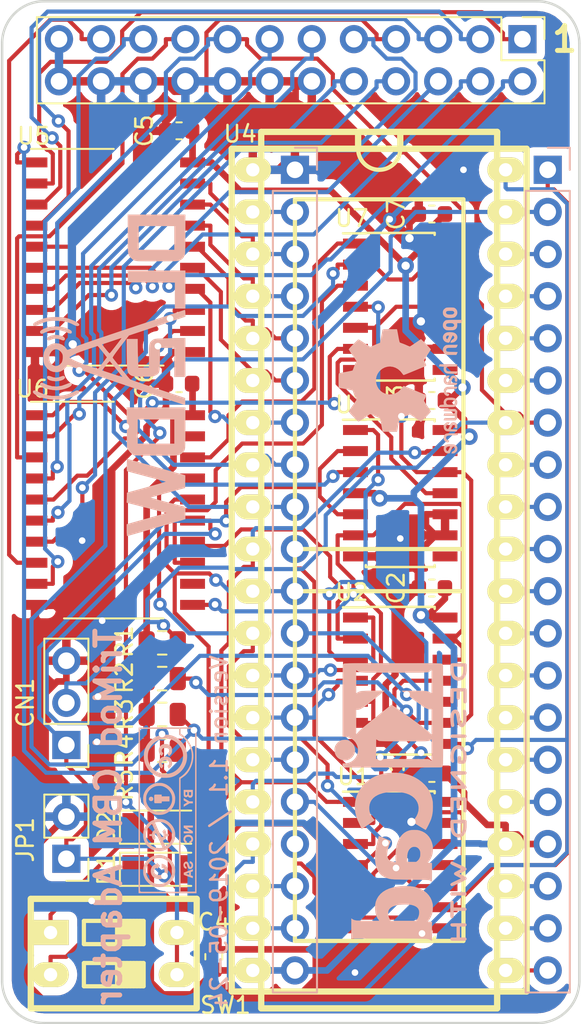
<source format=kicad_pcb>
(kicad_pcb (version 20171130) (host pcbnew "(5.1.2-1)-1")
  (title_block (title "TriMod CBM Adapter (SMD-Version)") (date 2019-05-24) (rev 1.1) (company "Dirk Wouters, DL2DW"))
  (layers (0 F.Cu signal) (31 B.Cu signal) (34 B.Paste user) (35 F.Paste user) (36 B.SilkS user) (37 F.SilkS user) (38 B.Mask user) (39 F.Mask user) (44 Edge.Cuts user))
  (net 0 "")
  (net 1 GND)
  (net 2 +5V)
  (net 3 "Net-(CN1-Pad1)")
  (net 4 ~RESET)
  (net 5 /PB0)
  (net 6 "Net-(D1-Pad1)")
  (net 7 "Net-(D2-Pad1)")
  (net 8 /PB1)
  (net 9 /NRFD)
  (net 10 /NDAC)
  (net 11 /CB2)
  (net 12 /CB1)
  (net 13 /CN1)
  (net 14 /CN4)
  (net 15 /PB5)
  (net 16 /PB4)
  (net 17 /PB3)
  (net 18 /CN2)
  (net 19 /CN3)
  (net 20 /PA7)
  (net 21 /PA6)
  (net 22 /PA5)
  (net 23 /PA4)
  (net 24 /PA3)
  (net 25 /PA2)
  (net 26 /PA1)
  (net 27 /PA0)
  (net 28 /CA2)
  (net 29 /RS0)
  (net 30 /RS1)
  (net 31 /RS2)
  (net 32 /RS3)
  (net 33 /D0)
  (net 34 /D1)
  (net 35 /D2)
  (net 36 /D3)
  (net 37 /D4)
  (net 38 /D5)
  (net 39 /D6)
  (net 40 /D7)
  (net 41 /Phi2)
  (net 42 /~CS2)
  (net 43 /R~W)
  (net 44 /~IRQ)
  (net 45 /ATN)
  (net 46 /SRQ)
  (net 47 /IFC)
  (net 48 /DAV)
  (net 49 /REN)
  (net 50 /EOI)
  (net 51 /DIO8)
  (net 52 /DIO4)
  (net 53 /DIO7)
  (net 54 /DIO3)
  (net 55 /DIO6)
  (net 56 /DIO2)
  (net 57 /DIO5)
  (net 58 /DIO1)
  (net 59 "Net-(R3-Pad2)")
  (net 60 /PB6)
  (net 61 /CA1)
  (net 62 /PB2)
  (net 63 "Net-(U2-Pad2)")
  (net 64 "Net-(U2-Pad12)")
  (net 65 "Net-(U2-Pad10)")
  (net 66 "Net-(U3-Pad3)")
  (net 67 "Net-(R5-Pad2)")
  (net 68 "Net-(U3-Pad11)")
  (net 69 "Net-(U6-Pad18)")
  (net 70 "Net-(R2-Pad1)")
  (net 71 "Net-(U6-Pad13)")
  (module Connector_PinHeader_2.54mm:PinHeader_1x03_P2.54mm_Vertical (layer F.Cu) (at 119.57 110.871 180)
    (fp_text reference CN1 (at 2.4765 2.54 270) (layer F.SilkS))
    (fp_text value Kernal hide)
    (pad 1 thru_hole rect (at 0 0 180) (size 1.7 1.7) (drill 1) (layers *.Cu *.Mask) (net 3 "Net-(CN1-Pad1)"))
    (pad 2 thru_hole oval (at 0 2.54 180) (size 1.7 1.7) (drill 1) (layers *.Cu *.Mask) (net 4 ~RESET))
    (pad 3 thru_hole oval (at 0 5.08 180) (size 1.7 1.7) (drill 1) (layers *.Cu *.Mask) (net 1 GND))
  )
  (module Diode_SMD:D_MiniMELF (layer F.Cu) (at 125.349 118.364)
    (fp_text reference D1 (at -3.3655 0 90) (layer F.SilkS))
    (fp_text value 1N4148 hide)
    (pad 2 smd rect (at 1.75 0) (size 1.3 1.7) (layers F.Cu F.Paste F.Mask) (net 5 /PB0))
    (pad 1 smd rect (at -1.75 0) (size 1.3 1.7) (layers F.Cu F.Paste F.Mask) (net 6 "Net-(D1-Pad1)"))
  )
  (module Diode_SMD:D_MiniMELF (layer F.Cu) (at 125.349 115.824)
    (fp_text reference D2 (at -3.3655 0 90) (layer F.SilkS))
    (fp_text value 1N4148 hide)
    (pad 1 smd rect (at -1.75 0) (size 1.3 1.7) (layers F.Cu F.Paste F.Mask) (net 7 "Net-(D2-Pad1)"))
    (pad 2 smd rect (at 1.75 0) (size 1.3 1.7) (layers F.Cu F.Paste F.Mask) (net 8 /PB1))
  )
  (module Connector_PinHeader_2.54mm:PinHeader_1x20_P2.54mm_Vertical (layer B.Cu) (at 133.35 76.2 180)
    (fp_text reference J1 hide)
    (fp_text value "PIN Header to PCB 6522 1-20" hide)
    (pad 20 thru_hole oval (at 0 -48.26 180) (size 1.7 1.7) (drill 1) (layers *.Cu *.Mask) (net 2 +5V))
    (pad 19 thru_hole oval (at 0 -45.72 180) (size 1.7 1.7) (drill 1) (layers *.Cu *.Mask) (net 11 /CB2))
    (pad 18 thru_hole oval (at 0 -43.18 180) (size 1.7 1.7) (drill 1) (layers *.Cu *.Mask) (net 12 /CB1))
    (pad 17 thru_hole oval (at 0 -40.64 180) (size 1.7 1.7) (drill 1) (layers *.Cu *.Mask) (net 13 /CN1))
    (pad 16 thru_hole oval (at 0 -38.1 180) (size 1.7 1.7) (drill 1) (layers *.Cu *.Mask) (net 14 /CN4))
    (pad 15 thru_hole oval (at 0 -35.56 180) (size 1.7 1.7) (drill 1) (layers *.Cu *.Mask) (net 15 /PB5))
    (pad 14 thru_hole oval (at 0 -33.02 180) (size 1.7 1.7) (drill 1) (layers *.Cu *.Mask) (net 16 /PB4))
    (pad 13 thru_hole oval (at 0 -30.48 180) (size 1.7 1.7) (drill 1) (layers *.Cu *.Mask) (net 17 /PB3))
    (pad 12 thru_hole oval (at 0 -27.94 180) (size 1.7 1.7) (drill 1) (layers *.Cu *.Mask) (net 18 /CN2))
    (pad 11 thru_hole oval (at 0 -25.4 180) (size 1.7 1.7) (drill 1) (layers *.Cu *.Mask) (net 8 /PB1))
    (pad 10 thru_hole oval (at 0 -22.86 180) (size 1.7 1.7) (drill 1) (layers *.Cu *.Mask) (net 19 /CN3))
    (pad 9 thru_hole oval (at 0 -20.32 180) (size 1.7 1.7) (drill 1) (layers *.Cu *.Mask) (net 20 /PA7))
    (pad 8 thru_hole oval (at 0 -17.78 180) (size 1.7 1.7) (drill 1) (layers *.Cu *.Mask) (net 21 /PA6))
    (pad 7 thru_hole oval (at 0 -15.24 180) (size 1.7 1.7) (drill 1) (layers *.Cu *.Mask) (net 22 /PA5))
    (pad 6 thru_hole oval (at 0 -12.7 180) (size 1.7 1.7) (drill 1) (layers *.Cu *.Mask) (net 23 /PA4))
    (pad 5 thru_hole oval (at 0 -10.16 180) (size 1.7 1.7) (drill 1) (layers *.Cu *.Mask) (net 24 /PA3))
    (pad 4 thru_hole oval (at 0 -7.62 180) (size 1.7 1.7) (drill 1) (layers *.Cu *.Mask) (net 25 /PA2))
    (pad 3 thru_hole oval (at 0 -5.08 180) (size 1.7 1.7) (drill 1) (layers *.Cu *.Mask) (net 26 /PA1))
    (pad 2 thru_hole oval (at 0 -2.54 180) (size 1.7 1.7) (drill 1) (layers *.Cu *.Mask) (net 27 /PA0))
    (pad 1 thru_hole rect (at 0 0 180) (size 1.7 1.7) (drill 1) (layers *.Cu *.Mask) (net 1 GND))
  )
  (module Connector_PinHeader_2.54mm:PinHeader_1x20_P2.54mm_Vertical (layer B.Cu) (at 148.59 76.2 180)
    (fp_text reference J2 hide)
    (fp_text value "PIN Header to PCB 6522 21-40" hide)
    (pad 1 thru_hole rect (at 0 0 180) (size 1.7 1.7) (drill 1) (layers *.Cu *.Mask) (net 13 /CN1))
    (pad 2 thru_hole oval (at 0 -2.54 180) (size 1.7 1.7) (drill 1) (layers *.Cu *.Mask) (net 28 /CA2))
    (pad 3 thru_hole oval (at 0 -5.08 180) (size 1.7 1.7) (drill 1) (layers *.Cu *.Mask) (net 29 /RS0))
    (pad 4 thru_hole oval (at 0 -7.62 180) (size 1.7 1.7) (drill 1) (layers *.Cu *.Mask) (net 30 /RS1))
    (pad 5 thru_hole oval (at 0 -10.16 180) (size 1.7 1.7) (drill 1) (layers *.Cu *.Mask) (net 31 /RS2))
    (pad 6 thru_hole oval (at 0 -12.7 180) (size 1.7 1.7) (drill 1) (layers *.Cu *.Mask) (net 32 /RS3))
    (pad 7 thru_hole oval (at 0 -15.24 180) (size 1.7 1.7) (drill 1) (layers *.Cu *.Mask) (net 4 ~RESET))
    (pad 8 thru_hole oval (at 0 -17.78 180) (size 1.7 1.7) (drill 1) (layers *.Cu *.Mask) (net 33 /D0))
    (pad 9 thru_hole oval (at 0 -20.32 180) (size 1.7 1.7) (drill 1) (layers *.Cu *.Mask) (net 34 /D1))
    (pad 10 thru_hole oval (at 0 -22.86 180) (size 1.7 1.7) (drill 1) (layers *.Cu *.Mask) (net 35 /D2))
    (pad 11 thru_hole oval (at 0 -25.4 180) (size 1.7 1.7) (drill 1) (layers *.Cu *.Mask) (net 36 /D3))
    (pad 12 thru_hole oval (at 0 -27.94 180) (size 1.7 1.7) (drill 1) (layers *.Cu *.Mask) (net 37 /D4))
    (pad 13 thru_hole oval (at 0 -30.48 180) (size 1.7 1.7) (drill 1) (layers *.Cu *.Mask) (net 38 /D5))
    (pad 14 thru_hole oval (at 0 -33.02 180) (size 1.7 1.7) (drill 1) (layers *.Cu *.Mask) (net 39 /D6))
    (pad 15 thru_hole oval (at 0 -35.56 180) (size 1.7 1.7) (drill 1) (layers *.Cu *.Mask) (net 40 /D7))
    (pad 16 thru_hole oval (at 0 -38.1 180) (size 1.7 1.7) (drill 1) (layers *.Cu *.Mask) (net 41 /Phi2))
    (pad 17 thru_hole oval (at 0 -40.64 180) (size 1.7 1.7) (drill 1) (layers *.Cu *.Mask) (net 2 +5V))
    (pad 18 thru_hole oval (at 0 -43.18 180) (size 1.7 1.7) (drill 1) (layers *.Cu *.Mask) (net 42 /~CS2))
    (pad 19 thru_hole oval (at 0 -45.72 180) (size 1.7 1.7) (drill 1) (layers *.Cu *.Mask) (net 43 /R~W))
    (pad 20 thru_hole oval (at 0 -48.26 180) (size 1.7 1.7) (drill 1) (layers *.Cu *.Mask) (net 44 /~IRQ))
  )
  (module DL2DW:PinHeader_2x12_P2.54mm_Top_Bottom_Vertical_Mirror (layer F.Cu) (at 147.066 68.326 270)
    (fp_text reference J3 hide)
    (fp_text value "IEEE-488 Connector" hide)
    (pad 24 thru_hole oval (at 2.54 27.94 270) (size 1.7 1.7) (drill 1) (layers *.Cu *.Mask) (net 1 GND))
    (pad 12 thru_hole oval (at 0 27.94 270) (size 1.7 1.7) (drill 1) (layers *.Cu *.Mask) (net 1 GND))
    (pad 23 thru_hole oval (at 2.54 25.4 270) (size 1.7 1.7) (drill 1) (layers *.Cu *.Mask) (net 1 GND))
    (pad 11 thru_hole oval (at 0 25.4 270) (size 1.7 1.7) (drill 1) (layers *.Cu *.Mask) (net 45 /ATN))
    (pad 22 thru_hole oval (at 2.54 22.86 270) (size 1.7 1.7) (drill 1) (layers *.Cu *.Mask) (net 1 GND))
    (pad 10 thru_hole oval (at 0 22.86 270) (size 1.7 1.7) (drill 1) (layers *.Cu *.Mask) (net 46 /SRQ))
    (pad 21 thru_hole oval (at 2.54 20.32 270) (size 1.7 1.7) (drill 1) (layers *.Cu *.Mask) (net 1 GND))
    (pad 9 thru_hole oval (at 0 20.32 270) (size 1.7 1.7) (drill 1) (layers *.Cu *.Mask) (net 47 /IFC))
    (pad 20 thru_hole oval (at 2.54 17.78 270) (size 1.7 1.7) (drill 1) (layers *.Cu *.Mask) (net 1 GND))
    (pad 8 thru_hole oval (at 0 17.78 270) (size 1.7 1.7) (drill 1) (layers *.Cu *.Mask) (net 10 /NDAC))
    (pad 19 thru_hole oval (at 2.54 15.24 270) (size 1.7 1.7) (drill 1) (layers *.Cu *.Mask) (net 1 GND))
    (pad 7 thru_hole oval (at 0 15.24 270) (size 1.7 1.7) (drill 1) (layers *.Cu *.Mask) (net 9 /NRFD))
    (pad 18 thru_hole oval (at 2.54 12.7 270) (size 1.7 1.7) (drill 1) (layers *.Cu *.Mask) (net 1 GND))
    (pad 6 thru_hole oval (at 0 12.7 270) (size 1.7 1.7) (drill 1) (layers *.Cu *.Mask) (net 48 /DAV))
    (pad 17 thru_hole oval (at 2.54 10.16 270) (size 1.7 1.7) (drill 1) (layers *.Cu *.Mask) (net 49 /REN))
    (pad 5 thru_hole oval (at 0 10.16 270) (size 1.7 1.7) (drill 1) (layers *.Cu *.Mask) (net 50 /EOI))
    (pad 16 thru_hole oval (at 2.54 7.62 270) (size 1.7 1.7) (drill 1) (layers *.Cu *.Mask) (net 51 /DIO8))
    (pad 4 thru_hole oval (at 0 7.62 270) (size 1.7 1.7) (drill 1) (layers *.Cu *.Mask) (net 52 /DIO4))
    (pad 15 thru_hole oval (at 2.54 5.08 270) (size 1.7 1.7) (drill 1) (layers *.Cu *.Mask) (net 53 /DIO7))
    (pad 3 thru_hole oval (at 0 5.08 270) (size 1.7 1.7) (drill 1) (layers *.Cu *.Mask) (net 54 /DIO3))
    (pad 14 thru_hole oval (at 2.54 2.54 270) (size 1.7 1.7) (drill 1) (layers *.Cu *.Mask) (net 55 /DIO6))
    (pad 2 thru_hole oval (at 0 2.54 270) (size 1.7 1.7) (drill 1) (layers *.Cu *.Mask) (net 56 /DIO2))
    (pad 13 thru_hole oval (at 2.54 0 270) (size 1.7 1.7) (drill 1) (layers *.Cu *.Mask) (net 57 /DIO5))
    (pad 1 thru_hole rect (at 0 0 270) (size 1.7 1.7) (drill 1) (layers *.Cu *.Mask) (net 58 /DIO1))
  )
  (module Connector_PinHeader_2.54mm:PinHeader_1x02_P2.54mm_Vertical (layer F.Cu) (at 119.57 117.729 180)
    (fp_text reference JP1 (at 2.4765 1.143 270) (layer F.SilkS))
    (fp_text value Jumper hide)
    (pad 1 thru_hole rect (at 0 0 180) (size 1.7 1.7) (drill 1) (layers *.Cu *.Mask) (net 3 "Net-(CN1-Pad1)"))
    (pad 2 thru_hole oval (at 0 2.54 180) (size 1.7 1.7) (drill 1) (layers *.Cu *.Mask) (net 1 GND))
  )
  (module DL2DW:DL2DW_Logo_Silk_20x10mm (layer B.Cu) (at 122.555 88.9 270)
    (fp_text reference M1 hide)
    (fp_text value SUNLOGO hide)
  )
  (module Symbol:KiCad-Logo2_8mm_SilkScreen (layer B.Cu) (at 139.7 114.3 270)
    (fp_text reference M2 hide)
    (fp_text value SUNLOGO hide)
  )
  (module Symbol:OSHW-Logo2_9.8x8mm_SilkScreen (layer B.Cu) (at 139.7 88.9 270)
    (fp_text reference M3 hide)
    (fp_text value SUNLOGO hide)
  )
  (module w_logo:Logo_silk_CC-BY-NC-SA_10x3.6mm (layer B.Cu) (at 125.6665 114.808 270)
    (fp_text reference M4 hide)
    (fp_text value SUNLOGO hide)
  )
  (module Resistor_SMD:R_0805_2012Metric (layer F.Cu) (at 125.349 104.712)
    (fp_text reference R1 (at -2.286 -0.0635 90) (layer F.SilkS))
    (fp_text value 3k3 hide)
    (pad 2 smd roundrect (at 0.9375 0) (size 0.975 1.4) (layers F.Cu F.Paste F.Mask) (net 4 ~RESET))
    (pad 1 smd roundrect (at -0.9375 0) (size 0.975 1.4) (layers F.Cu F.Paste F.Mask) (net 2 +5V))
  )
  (module Resistor_SMD:R_0805_2012Metric (layer F.Cu) (at 125.349 106.87 180)
    (fp_text reference R2 (at 2.286 0.0635 270) (layer F.SilkS))
    (fp_text value 3k3 hide)
    (pad 1 smd roundrect (at -0.9375 0 180) (size 0.975 1.4) (layers F.Cu F.Paste F.Mask) (net 70 "Net-(R2-Pad1)"))
    (pad 2 smd roundrect (at 0.9375 0 180) (size 0.975 1.4) (layers F.Cu F.Paste F.Mask) (net 2 +5V))
  )
  (module Resistor_SMD:R_0805_2012Metric (layer F.Cu) (at 125.349 109.03)
    (fp_text reference R3 (at -2.286 0 90) (layer F.SilkS))
    (fp_text value 10k hide)
    (pad 1 smd roundrect (at -0.9375 0) (size 0.975 1.4) (layers F.Cu F.Paste F.Mask) (net 2 +5V))
    (pad 2 smd roundrect (at 0.9375 0) (size 0.975 1.4) (layers F.Cu F.Paste F.Mask) (net 59 "Net-(R3-Pad2)"))
  )
  (module Resistor_SMD:R_0805_2012Metric (layer F.Cu) (at 125.349 111.188 180)
    (fp_text reference R4 (at 2.286 0 270) (layer F.SilkS))
    (fp_text value 1k hide)
    (pad 1 smd roundrect (at -0.9375 0 180) (size 0.975 1.4) (layers F.Cu F.Paste F.Mask) (net 3 "Net-(CN1-Pad1)"))
    (pad 2 smd roundrect (at 0.9375 0 180) (size 0.975 1.4) (layers F.Cu F.Paste F.Mask) (net 2 +5V))
  )
  (module Resistor_SMD:R_0805_2012Metric (layer F.Cu) (at 125.349 113.348)
    (fp_text reference R5 (at -2.286 -0.0635 90) (layer F.SilkS))
    (fp_text value 3k3 hide)
    (pad 2 smd roundrect (at 0.9375 0) (size 0.975 1.4) (layers F.Cu F.Paste F.Mask) (net 67 "Net-(R5-Pad2)"))
    (pad 1 smd roundrect (at -0.9375 0) (size 0.975 1.4) (layers F.Cu F.Paste F.Mask) (net 2 +5V))
  )
  (module w_switch:dip_2-300 (layer F.Cu) (at 122.428 123.444 270)
    (fp_text reference SW1 (at 3.1115 -6.731) (layer F.SilkS))
    (fp_text value "IEEE-488 Device ID" hide)
    (pad 1 thru_hole rect (at -1.27 3.81 270) (size 1.4986 2.1971) (drill 0.8001) (layers *.Cu *.Mask F.SilkS) (net 7 "Net-(D2-Pad1)"))
    (pad 4 thru_hole oval (at -1.27 -3.81 270) (size 1.4986 2.1971) (drill 0.8001) (layers *.Cu *.Mask F.SilkS) (net 28 /CA2))
    (pad 2 thru_hole oval (at 1.27 3.81 270) (size 1.4986 2.1971) (drill 0.8001) (layers *.Cu *.Mask F.SilkS) (net 6 "Net-(D1-Pad1)"))
    (pad 3 thru_hole oval (at 1.27 -3.81 270) (size 1.4986 2.1971) (drill 0.8001) (layers *.Cu *.Mask F.SilkS) (net 28 /CA2))
  )
  (module Package_SO:SOIC-14_3.9x8.7mm_P1.27mm (layer F.Cu) (at 139.7 118.11)
    (fp_text reference U1 (at -2.794 -5.334) (layer F.SilkS))
    (fp_text value 4066 hide)
    (pad 14 smd rect (at 2.7 -3.81) (size 1.5 0.6) (layers F.Cu F.Paste F.Mask) (net 2 +5V))
    (pad 13 smd rect (at 2.7 -2.54) (size 1.5 0.6) (layers F.Cu F.Paste F.Mask) (net 3 "Net-(CN1-Pad1)"))
    (pad 12 smd rect (at 2.7 -1.27) (size 1.5 0.6) (layers F.Cu F.Paste F.Mask) (net 3 "Net-(CN1-Pad1)"))
    (pad 11 smd rect (at 2.7 0) (size 1.5 0.6) (layers F.Cu F.Paste F.Mask) (net 60 /PB6))
    (pad 10 smd rect (at 2.7 1.27) (size 1.5 0.6) (layers F.Cu F.Paste F.Mask) (net 14 /CN4))
    (pad 9 smd rect (at 2.7 2.54) (size 1.5 0.6) (layers F.Cu F.Paste F.Mask) (net 13 /CN1))
    (pad 8 smd rect (at 2.7 3.81) (size 1.5 0.6) (layers F.Cu F.Paste F.Mask) (net 61 /CA1))
    (pad 7 smd rect (at -2.7 3.81) (size 1.5 0.6) (layers F.Cu F.Paste F.Mask) (net 1 GND))
    (pad 6 smd rect (at -2.7 2.54) (size 1.5 0.6) (layers F.Cu F.Paste F.Mask) (net 3 "Net-(CN1-Pad1)"))
    (pad 5 smd rect (at -2.7 1.27) (size 1.5 0.6) (layers F.Cu F.Paste F.Mask) (net 3 "Net-(CN1-Pad1)"))
    (pad 4 smd rect (at -2.7 0) (size 1.5 0.6) (layers F.Cu F.Paste F.Mask) (net 62 /PB2))
    (pad 3 smd rect (at -2.7 -1.27) (size 1.5 0.6) (layers F.Cu F.Paste F.Mask) (net 18 /CN2))
    (pad 2 smd rect (at -2.7 -2.54) (size 1.5 0.6) (layers F.Cu F.Paste F.Mask) (net 19 /CN3))
    (pad 1 smd rect (at -2.7 -3.81) (size 1.5 0.6) (layers F.Cu F.Paste F.Mask) (net 5 /PB0))
  )
  (module Package_SO:SOIC-14_3.9x8.7mm_P1.27mm (layer F.Cu) (at 139.7 106.998)
    (fp_text reference U2 (at -2.921 -5.334) (layer F.SilkS))
    (fp_text value 4066 hide)
    (pad 1 smd rect (at -2.7 -3.81) (size 1.5 0.6) (layers F.Cu F.Paste F.Mask) (net 17 /PB3))
    (pad 2 smd rect (at -2.7 -2.54) (size 1.5 0.6) (layers F.Cu F.Paste F.Mask) (net 63 "Net-(U2-Pad2)"))
    (pad 3 smd rect (at -2.7 -1.27) (size 1.5 0.6) (layers F.Cu F.Paste F.Mask) (net 59 "Net-(R3-Pad2)"))
    (pad 4 smd rect (at -2.7 0) (size 1.5 0.6) (layers F.Cu F.Paste F.Mask) (net 16 /PB4))
    (pad 5 smd rect (at -2.7 1.27) (size 1.5 0.6) (layers F.Cu F.Paste F.Mask) (net 64 "Net-(U2-Pad12)"))
    (pad 6 smd rect (at -2.7 2.54) (size 1.5 0.6) (layers F.Cu F.Paste F.Mask) (net 64 "Net-(U2-Pad12)"))
    (pad 7 smd rect (at -2.7 3.81) (size 1.5 0.6) (layers F.Cu F.Paste F.Mask) (net 1 GND))
    (pad 8 smd rect (at 2.7 3.81) (size 1.5 0.6) (layers F.Cu F.Paste F.Mask) (net 61 /CA1))
    (pad 9 smd rect (at 2.7 2.54) (size 1.5 0.6) (layers F.Cu F.Paste F.Mask) (net 70 "Net-(R2-Pad1)"))
    (pad 10 smd rect (at 2.7 1.27) (size 1.5 0.6) (layers F.Cu F.Paste F.Mask) (net 65 "Net-(U2-Pad10)"))
    (pad 11 smd rect (at 2.7 0) (size 1.5 0.6) (layers F.Cu F.Paste F.Mask) (net 60 /PB6))
    (pad 12 smd rect (at 2.7 -1.27) (size 1.5 0.6) (layers F.Cu F.Paste F.Mask) (net 64 "Net-(U2-Pad12)"))
    (pad 13 smd rect (at 2.7 -2.54) (size 1.5 0.6) (layers F.Cu F.Paste F.Mask) (net 64 "Net-(U2-Pad12)"))
    (pad 14 smd rect (at 2.7 -3.81) (size 1.5 0.6) (layers F.Cu F.Paste F.Mask) (net 2 +5V))
  )
  (module Package_SO:SOIC-14_3.9x8.7mm_P1.27mm (layer F.Cu) (at 139.7 95.6945)
    (fp_text reference U3 (at -2.921 -5.334) (layer F.SilkS))
    (fp_text value 74LS86 hide)
    (pad 14 smd rect (at 2.7 -3.81) (size 1.5 0.6) (layers F.Cu F.Paste F.Mask) (net 2 +5V))
    (pad 13 smd rect (at 2.7 -2.54) (size 1.5 0.6) (layers F.Cu F.Paste F.Mask) (net 5 /PB0))
    (pad 12 smd rect (at 2.7 -1.27) (size 1.5 0.6) (layers F.Cu F.Paste F.Mask) (net 70 "Net-(R2-Pad1)"))
    (pad 11 smd rect (at 2.7 0) (size 1.5 0.6) (layers F.Cu F.Paste F.Mask) (net 68 "Net-(U3-Pad11)"))
    (pad 10 smd rect (at 2.7 1.27) (size 1.5 0.6) (layers F.Cu F.Paste F.Mask) (net 1 GND))
    (pad 9 smd rect (at 2.7 2.54) (size 1.5 0.6) (layers F.Cu F.Paste F.Mask) (net 1 GND))
    (pad 8 smd rect (at 2.7 3.81) (size 1.5 0.6) (layers F.Cu F.Paste F.Mask))
    (pad 7 smd rect (at -2.7 3.81) (size 1.5 0.6) (layers F.Cu F.Paste F.Mask) (net 1 GND))
    (pad 6 smd rect (at -2.7 2.54) (size 1.5 0.6) (layers F.Cu F.Paste F.Mask) (net 64 "Net-(U2-Pad12)"))
    (pad 5 smd rect (at -2.7 1.27) (size 1.5 0.6) (layers F.Cu F.Paste F.Mask) (net 3 "Net-(CN1-Pad1)"))
    (pad 4 smd rect (at -2.7 0) (size 1.5 0.6) (layers F.Cu F.Paste F.Mask) (net 2 +5V))
    (pad 3 smd rect (at -2.7 -1.27) (size 1.5 0.6) (layers F.Cu F.Paste F.Mask) (net 66 "Net-(U3-Pad3)"))
    (pad 2 smd rect (at -2.7 -2.54) (size 1.5 0.6) (layers F.Cu F.Paste F.Mask) (net 3 "Net-(CN1-Pad1)"))
    (pad 1 smd rect (at -2.7 -3.81) (size 1.5 0.6) (layers F.Cu F.Paste F.Mask) (net 59 "Net-(R3-Pad2)"))
  )
  (module w_pth_circuits:dil_40-600_socket (layer F.Cu) (at 138.43 100.33 270)
    (fp_text reference U4 (at -26.289 8.382) (layer F.SilkS))
    (fp_text value MOS6522 hide)
    (pad 1 thru_hole oval (at -24.13 7.62 270) (size 1.5 2.2) (drill 0.8) (layers *.Cu *.Mask F.SilkS) (net 1 GND))
    (pad 2 thru_hole oval (at -21.59 7.62 270) (size 1.5 2.2) (drill 0.8) (layers *.Cu *.Mask F.SilkS) (net 27 /PA0))
    (pad 3 thru_hole oval (at -19.05 7.62 270) (size 1.5 2.2) (drill 0.8) (layers *.Cu *.Mask F.SilkS) (net 26 /PA1))
    (pad 4 thru_hole oval (at -16.51 7.62 270) (size 1.5 2.2) (drill 0.8) (layers *.Cu *.Mask F.SilkS) (net 25 /PA2))
    (pad 5 thru_hole oval (at -13.97 7.62 270) (size 1.5 2.2) (drill 0.8) (layers *.Cu *.Mask F.SilkS) (net 24 /PA3))
    (pad 6 thru_hole oval (at -11.43 7.62 270) (size 1.5 2.2) (drill 0.8) (layers *.Cu *.Mask F.SilkS) (net 23 /PA4))
    (pad 7 thru_hole oval (at -8.89 7.62 270) (size 1.5 2.2) (drill 0.8) (layers *.Cu *.Mask F.SilkS) (net 22 /PA5))
    (pad 8 thru_hole oval (at -6.35 7.62 270) (size 1.5 2.2) (drill 0.8) (layers *.Cu *.Mask F.SilkS) (net 21 /PA6))
    (pad 9 thru_hole oval (at -3.81 7.62 270) (size 1.5 2.2) (drill 0.8) (layers *.Cu *.Mask F.SilkS) (net 20 /PA7))
    (pad 10 thru_hole oval (at -1.27 7.62 270) (size 1.5 2.2) (drill 0.8) (layers *.Cu *.Mask F.SilkS) (net 5 /PB0))
    (pad 11 thru_hole oval (at 1.27 7.62 270) (size 1.5 2.2) (drill 0.8) (layers *.Cu *.Mask F.SilkS) (net 8 /PB1))
    (pad 12 thru_hole oval (at 3.81 7.62 270) (size 1.5 2.2) (drill 0.8) (layers *.Cu *.Mask F.SilkS) (net 62 /PB2))
    (pad 13 thru_hole oval (at 6.35 7.62 270) (size 1.5 2.2) (drill 0.8) (layers *.Cu *.Mask F.SilkS) (net 17 /PB3))
    (pad 14 thru_hole oval (at 8.89 7.62 270) (size 1.5 2.2) (drill 0.8) (layers *.Cu *.Mask F.SilkS) (net 16 /PB4))
    (pad 15 thru_hole oval (at 11.43 7.62 270) (size 1.5 2.2) (drill 0.8) (layers *.Cu *.Mask F.SilkS) (net 15 /PB5))
    (pad 16 thru_hole oval (at 13.97 7.62 270) (size 1.5 2.2) (drill 0.8) (layers *.Cu *.Mask F.SilkS) (net 60 /PB6))
    (pad 17 thru_hole oval (at 16.51 7.62 270) (size 1.5 2.2) (drill 0.8) (layers *.Cu *.Mask F.SilkS) (net 61 /CA1))
    (pad 18 thru_hole oval (at 19.05 7.62 270) (size 1.5 2.2) (drill 0.8) (layers *.Cu *.Mask F.SilkS) (net 12 /CB1))
    (pad 19 thru_hole oval (at 21.59 7.62 270) (size 1.5 2.2) (drill 0.8) (layers *.Cu *.Mask F.SilkS) (net 11 /CB2))
    (pad 20 thru_hole oval (at 24.13 7.62 270) (size 1.5 2.2) (drill 0.8) (layers *.Cu *.Mask F.SilkS) (net 2 +5V))
    (pad 21 thru_hole oval (at 24.13 -7.62 270) (size 1.5 2.2) (drill 0.8) (layers *.Cu *.Mask F.SilkS) (net 44 /~IRQ))
    (pad 22 thru_hole oval (at 21.59 -7.62 270) (size 1.5 2.2) (drill 0.8) (layers *.Cu *.Mask F.SilkS) (net 43 /R~W))
    (pad 23 thru_hole oval (at 19.05 -7.62 270) (size 1.5 2.2) (drill 0.8) (layers *.Cu *.Mask F.SilkS) (net 42 /~CS2))
    (pad 24 thru_hole oval (at 16.51 -7.62 270) (size 1.5 2.2) (drill 0.8) (layers *.Cu *.Mask F.SilkS) (net 2 +5V))
    (pad 25 thru_hole oval (at 13.97 -7.62 270) (size 1.5 2.2) (drill 0.8) (layers *.Cu *.Mask F.SilkS) (net 41 /Phi2))
    (pad 26 thru_hole oval (at 11.43 -7.62 270) (size 1.5 2.2) (drill 0.8) (layers *.Cu *.Mask F.SilkS) (net 40 /D7))
    (pad 27 thru_hole oval (at 8.89 -7.62 270) (size 1.5 2.2) (drill 0.8) (layers *.Cu *.Mask F.SilkS) (net 39 /D6))
    (pad 28 thru_hole oval (at 6.35 -7.62 270) (size 1.5 2.2) (drill 0.8) (layers *.Cu *.Mask F.SilkS) (net 38 /D5))
    (pad 29 thru_hole oval (at 3.81 -7.62 270) (size 1.5 2.2) (drill 0.8) (layers *.Cu *.Mask F.SilkS) (net 37 /D4))
    (pad 30 thru_hole oval (at 1.27 -7.62 270) (size 1.5 2.2) (drill 0.8) (layers *.Cu *.Mask F.SilkS) (net 36 /D3))
    (pad 31 thru_hole oval (at -1.27 -7.62 270) (size 1.5 2.2) (drill 0.8) (layers *.Cu *.Mask F.SilkS) (net 35 /D2))
    (pad 32 thru_hole oval (at -3.81 -7.62 270) (size 1.5 2.2) (drill 0.8) (layers *.Cu *.Mask F.SilkS) (net 34 /D1))
    (pad 33 thru_hole oval (at -6.35 -7.62 270) (size 1.5 2.2) (drill 0.8) (layers *.Cu *.Mask F.SilkS) (net 33 /D0))
    (pad 34 thru_hole oval (at -8.89 -7.62 270) (size 1.5 2.2) (drill 0.8) (layers *.Cu *.Mask F.SilkS) (net 4 ~RESET))
    (pad 35 thru_hole oval (at -11.43 -7.62 270) (size 1.5 2.2) (drill 0.8) (layers *.Cu *.Mask F.SilkS) (net 32 /RS3))
    (pad 36 thru_hole oval (at -13.97 -7.62 270) (size 1.5 2.2) (drill 0.8) (layers *.Cu *.Mask F.SilkS) (net 31 /RS2))
    (pad 37 thru_hole oval (at -16.51 -7.62 270) (size 1.5 2.2) (drill 0.8) (layers *.Cu *.Mask F.SilkS) (net 30 /RS1))
    (pad 38 thru_hole oval (at -19.05 -7.62 270) (size 1.5 2.2) (drill 0.8) (layers *.Cu *.Mask F.SilkS) (net 29 /RS0))
    (pad 39 thru_hole oval (at -21.59 -7.62 270) (size 1.5 2.2) (drill 0.8) (layers *.Cu *.Mask F.SilkS) (net 28 /CA2))
    (pad 40 thru_hole oval (at -24.13 -7.62 270) (size 1.5 2.2) (drill 0.8) (layers *.Cu *.Mask F.SilkS) (net 61 /CA1))
  )
  (module Package_SO:SO-20_12.8x7.5mm_P1.27mm (layer F.Cu) (at 122.428 81.4705)
    (fp_text reference U5 (at -4.826 -7.3025) (layer F.SilkS))
    (fp_text value SN75160 hide)
    (pad 6 smd rect (at -4.75 0.635) (size 1.5 0.6) (layers F.Cu F.Paste F.Mask) (net 57 /DIO5))
    (pad 5 smd rect (at -4.75 -0.635) (size 1.5 0.6) (layers F.Cu F.Paste F.Mask) (net 52 /DIO4))
    (pad 4 smd rect (at -4.75 -1.905) (size 1.5 0.6) (layers F.Cu F.Paste F.Mask) (net 54 /DIO3))
    (pad 3 smd rect (at -4.75 -3.175) (size 1.5 0.6) (layers F.Cu F.Paste F.Mask) (net 56 /DIO2))
    (pad 2 smd rect (at -4.75 -4.445) (size 1.5 0.6) (layers F.Cu F.Paste F.Mask) (net 58 /DIO1))
    (pad 1 smd rect (at -4.75 -5.715) (size 1.5 0.6) (layers F.Cu F.Paste F.Mask) (net 59 "Net-(R3-Pad2)"))
    (pad 7 smd rect (at -4.75 1.905) (size 1.5 0.6) (layers F.Cu F.Paste F.Mask) (net 55 /DIO6))
    (pad 8 smd rect (at -4.75 3.175) (size 1.5 0.6) (layers F.Cu F.Paste F.Mask) (net 53 /DIO7))
    (pad 9 smd rect (at -4.75 4.445) (size 1.5 0.6) (layers F.Cu F.Paste F.Mask) (net 51 /DIO8))
    (pad 10 smd rect (at -4.75 5.715) (size 1.5 0.6) (layers F.Cu F.Paste F.Mask) (net 1 GND))
    (pad 11 smd rect (at 4.75 5.715) (size 1.5 0.6) (layers F.Cu F.Paste F.Mask) (net 1 GND))
    (pad 12 smd rect (at 4.75 4.445) (size 1.5 0.6) (layers F.Cu F.Paste F.Mask) (net 20 /PA7))
    (pad 13 smd rect (at 4.75 3.175) (size 1.5 0.6) (layers F.Cu F.Paste F.Mask) (net 21 /PA6))
    (pad 14 smd rect (at 4.75 1.905) (size 1.5 0.6) (layers F.Cu F.Paste F.Mask) (net 22 /PA5))
    (pad 15 smd rect (at 4.75 0.635) (size 1.5 0.6) (layers F.Cu F.Paste F.Mask) (net 23 /PA4))
    (pad 16 smd rect (at 4.75 -0.635) (size 1.5 0.6) (layers F.Cu F.Paste F.Mask) (net 24 /PA3))
    (pad 17 smd rect (at 4.75 -1.905) (size 1.5 0.6) (layers F.Cu F.Paste F.Mask) (net 25 /PA2))
    (pad 18 smd rect (at 4.75 -3.175) (size 1.5 0.6) (layers F.Cu F.Paste F.Mask) (net 26 /PA1))
    (pad 19 smd rect (at 4.75 -4.445) (size 1.5 0.6) (layers F.Cu F.Paste F.Mask) (net 27 /PA0))
    (pad 20 smd rect (at 4.75 -5.715) (size 1.5 0.6) (layers F.Cu F.Paste F.Mask) (net 2 +5V))
  )
  (module Package_SO:SO-20_12.8x7.5mm_P1.27mm (layer F.Cu) (at 122.428 96.7105)
    (fp_text reference U6 (at -4.8895 -7.3025) (layer F.SilkS))
    (fp_text value SN75161 hide)
    (pad 20 smd rect (at 4.75 -5.715) (size 1.5 0.6) (layers F.Cu F.Paste F.Mask) (net 2 +5V))
    (pad 19 smd rect (at 4.75 -4.445) (size 1.5 0.6) (layers F.Cu F.Paste F.Mask))
    (pad 18 smd rect (at 4.75 -3.175) (size 1.5 0.6) (layers F.Cu F.Paste F.Mask) (net 69 "Net-(U6-Pad18)"))
    (pad 17 smd rect (at 4.75 -1.905) (size 1.5 0.6) (layers F.Cu F.Paste F.Mask) (net 62 /PB2))
    (pad 16 smd rect (at 4.75 -0.635) (size 1.5 0.6) (layers F.Cu F.Paste F.Mask) (net 8 /PB1))
    (pad 15 smd rect (at 4.75 0.635) (size 1.5 0.6) (layers F.Cu F.Paste F.Mask) (net 65 "Net-(U2-Pad10)"))
    (pad 14 smd rect (at 4.75 1.905) (size 1.5 0.6) (layers F.Cu F.Paste F.Mask) (net 63 "Net-(U2-Pad2)"))
    (pad 13 smd rect (at 4.75 3.175) (size 1.5 0.6) (layers F.Cu F.Paste F.Mask) (net 71 "Net-(U6-Pad13)"))
    (pad 12 smd rect (at 4.75 4.445) (size 1.5 0.6) (layers F.Cu F.Paste F.Mask))
    (pad 11 smd rect (at 4.75 5.715) (size 1.5 0.6) (layers F.Cu F.Paste F.Mask) (net 64 "Net-(U2-Pad12)"))
    (pad 10 smd rect (at -4.75 5.715) (size 1.5 0.6) (layers F.Cu F.Paste F.Mask) (net 1 GND))
    (pad 9 smd rect (at -4.75 4.445) (size 1.5 0.6) (layers F.Cu F.Paste F.Mask) (net 46 /SRQ))
    (pad 8 smd rect (at -4.75 3.175) (size 1.5 0.6) (layers F.Cu F.Paste F.Mask) (net 45 /ATN))
    (pad 7 smd rect (at -4.75 1.905) (size 1.5 0.6) (layers F.Cu F.Paste F.Mask) (net 50 /EOI))
    (pad 1 smd rect (at -4.75 -5.715) (size 1.5 0.6) (layers F.Cu F.Paste F.Mask) (net 66 "Net-(U3-Pad3)"))
    (pad 2 smd rect (at -4.75 -4.445) (size 1.5 0.6) (layers F.Cu F.Paste F.Mask) (net 49 /REN))
    (pad 3 smd rect (at -4.75 -3.175) (size 1.5 0.6) (layers F.Cu F.Paste F.Mask) (net 47 /IFC))
    (pad 4 smd rect (at -4.75 -1.905) (size 1.5 0.6) (layers F.Cu F.Paste F.Mask) (net 10 /NDAC))
    (pad 5 smd rect (at -4.75 -0.635) (size 1.5 0.6) (layers F.Cu F.Paste F.Mask) (net 9 /NRFD))
    (pad 6 smd rect (at -4.75 0.635) (size 1.5 0.6) (layers F.Cu F.Paste F.Mask) (net 48 /DAV))
  )
  (module Package_SO:SOIC-14_3.9x8.7mm_P1.27mm (layer F.Cu) (at 139.7 84.455)
    (fp_text reference U7 (at -2.921 -5.334) (layer F.SilkS))
    (fp_text value 7406N hide)
    (pad 1 smd rect (at -2.7 -3.81) (size 1.5 0.6) (layers F.Cu F.Paste F.Mask) (net 69 "Net-(U6-Pad18)"))
    (pad 2 smd rect (at -2.7 -2.54) (size 1.5 0.6) (layers F.Cu F.Paste F.Mask) (net 67 "Net-(R5-Pad2)"))
    (pad 3 smd rect (at -2.7 -1.27) (size 1.5 0.6) (layers F.Cu F.Paste F.Mask) (net 71 "Net-(U6-Pad13)"))
    (pad 4 smd rect (at -2.7 0) (size 1.5 0.6) (layers F.Cu F.Paste F.Mask) (net 70 "Net-(R2-Pad1)"))
    (pad 5 smd rect (at -2.7 1.27) (size 1.5 0.6) (layers F.Cu F.Paste F.Mask) (net 68 "Net-(U3-Pad11)"))
    (pad 6 smd rect (at -2.7 2.54) (size 1.5 0.6) (layers F.Cu F.Paste F.Mask) (net 9 /NRFD))
    (pad 7 smd rect (at -2.7 3.81) (size 1.5 0.6) (layers F.Cu F.Paste F.Mask) (net 1 GND))
    (pad 8 smd rect (at 2.7 3.81) (size 1.5 0.6) (layers F.Cu F.Paste F.Mask))
    (pad 9 smd rect (at 2.7 2.54) (size 1.5 0.6) (layers F.Cu F.Paste F.Mask) (net 1 GND))
    (pad 10 smd rect (at 2.7 1.27) (size 1.5 0.6) (layers F.Cu F.Paste F.Mask) (net 10 /NDAC))
    (pad 11 smd rect (at 2.7 0) (size 1.5 0.6) (layers F.Cu F.Paste F.Mask) (net 68 "Net-(U3-Pad11)"))
    (pad 12 smd rect (at 2.7 -1.27) (size 1.5 0.6) (layers F.Cu F.Paste F.Mask) (net 4 ~RESET))
    (pad 13 smd rect (at 2.7 -2.54) (size 1.5 0.6) (layers F.Cu F.Paste F.Mask) (net 67 "Net-(R5-Pad2)"))
    (pad 14 smd rect (at 2.7 -3.81) (size 1.5 0.6) (layers F.Cu F.Paste F.Mask) (net 2 +5V))
  )
  (module Capacitor_SMD:C_0603_1608Metric (layer F.Cu) (at 141.605 112.586)
    (fp_text reference C1 (at -2.159 0 90) (layer F.SilkS))
    (fp_text value 100nF hide)
    (pad 1 smd roundrect (at -0.7875 0) (size 0.875 0.95) (layers F.Cu F.Paste F.Mask) (net 1 GND))
    (pad 2 smd roundrect (at 0.7875 0) (size 0.875 0.95) (layers F.Cu F.Paste F.Mask) (net 2 +5V))
  )
  (module Capacitor_SMD:C_0603_1608Metric (layer F.Cu) (at 141.605 101.41)
    (fp_text reference C2 (at -2.159 0 90) (layer F.SilkS))
    (fp_text value 100nF hide)
    (pad 2 smd roundrect (at 0.7875 0) (size 0.875 0.95) (layers F.Cu F.Paste F.Mask) (net 2 +5V))
    (pad 1 smd roundrect (at -0.7875 0) (size 0.875 0.95) (layers F.Cu F.Paste F.Mask) (net 1 GND))
  )
  (module Capacitor_SMD:C_0603_1608Metric (layer F.Cu) (at 141.605 90.1065)
    (fp_text reference C3 (at -2.159 0 90) (layer F.SilkS))
    (fp_text value 100nF hide)
    (pad 1 smd roundrect (at -0.7875 0) (size 0.875 0.95) (layers F.Cu F.Paste F.Mask) (net 1 GND))
    (pad 2 smd roundrect (at 0.7875 0) (size 0.875 0.95) (layers F.Cu F.Paste F.Mask) (net 2 +5V))
  )
  (module Capacitor_SMD:C_0603_1608Metric (layer F.Cu) (at 128.46 123.634 270)
    (fp_text reference C4 (at -2.0955 0) (layer F.SilkS))
    (fp_text value 100nF hide)
    (pad 2 smd roundrect (at 0.7875 0 270) (size 0.875 0.95) (layers F.Cu F.Paste F.Mask) (net 2 +5V))
    (pad 1 smd roundrect (at -0.7875 0 270) (size 0.875 0.95) (layers F.Cu F.Paste F.Mask) (net 1 GND))
  )
  (module Capacitor_SMD:C_0603_1608Metric (layer F.Cu) (at 126.365 73.8505)
    (fp_text reference C5 (at -2.0955 0 90) (layer F.SilkS))
    (fp_text value 100nF hide)
    (pad 1 smd roundrect (at -0.7875 0) (size 0.875 0.95) (layers F.Cu F.Paste F.Mask) (net 1 GND))
    (pad 2 smd roundrect (at 0.7875 0) (size 0.875 0.95) (layers F.Cu F.Paste F.Mask) (net 2 +5V))
  )
  (module Capacitor_SMD:C_0603_1608Metric (layer F.Cu) (at 126.365 89.0905)
    (fp_text reference C6 (at -2.0955 0 90) (layer F.SilkS))
    (fp_text value 100nF hide)
    (pad 1 smd roundrect (at -0.7875 0) (size 0.875 0.95) (layers F.Cu F.Paste F.Mask) (net 1 GND))
    (pad 2 smd roundrect (at 0.7875 0) (size 0.875 0.95) (layers F.Cu F.Paste F.Mask) (net 2 +5V))
  )
  (module Capacitor_SMD:C_0603_1608Metric (layer F.Cu) (at 141.605 78.867)
    (fp_text reference C7 (at -2.159 0 90) (layer F.SilkS))
    (fp_text value 100nF hide)
    (pad 2 smd roundrect (at 0.7875 0) (size 0.875 0.95) (layers F.Cu F.Paste F.Mask) (net 2 +5V))
    (pad 1 smd roundrect (at -0.7875 0) (size 0.875 0.95) (layers F.Cu F.Paste F.Mask) (net 1 GND))
  )
  (gr_text "TriMod CBM Adapter" (at 122.1105 115.189 90) (layer B.SilkS) (effects (font (size 1.5 1.5) (thickness 0.3)) (justify mirror)))
  (gr_text "Version 1.1 / 2019-05-24" (at 128.778 116.078 90) (layer B.SilkS) (effects (font (size 1 1)) (justify mirror)))
  (gr_text 1 (at 149.606 68.326) (layer F.SilkS) (effects (font (size 1.5 1.5) (thickness 0.3))))
  (gr_arc (start 147.955 125.095) (end 147.955 127.635) (angle -90) (layer Edge.Cuts) (width 0.15))
  (gr_arc (start 118.237 125.095) (end 115.697 125.095) (angle -90) (layer Edge.Cuts) (width 0.15))
  (gr_arc (start 118.237 68.58) (end 118.237 66.04) (angle -90) (layer Edge.Cuts) (width 0.15))
  (gr_arc (start 147.955 68.58) (end 150.495 68.58) (angle -90) (layer Edge.Cuts) (width 0.15))
  (gr_line (start 115.697 125.095) (end 115.697 68.58) (layer Edge.Cuts) (width 0.15))
  (gr_line (start 147.955 127.635) (end 118.237 127.635) (layer Edge.Cuts) (width 0.15))
  (gr_line (start 150.495 68.58) (end 150.495 125.095) (layer Edge.Cuts) (width 0.15))
  (gr_line (start 118.237 66.04) (end 147.955 66.04) (layer Edge.Cuts) (width 0.15))
  (segment (start 140.678 112.6412) (end 140.3755 112.9437) (width 0.4) (layer F.Cu) (net 1))
  (segment (start 140.3755 112.9437) (end 140.3755 115.5066) (width 0.4) (layer F.Cu) (net 1))
  (segment (start 120.8203 115.189) (end 122.5001 113.5092) (width 0.4) (layer B.Cu) (net 1))
  (segment (start 122.5001 113.5092) (end 126.4808 113.5092) (width 0.4) (layer B.Cu) (net 1))
  (segment (start 126.4808 113.5092) (end 128.5416 115.57) (width 0.4) (layer B.Cu) (net 1))
  (segment (start 128.5416 115.57) (end 133.8718 115.57) (width 0.4) (layer B.Cu) (net 1))
  (segment (start 133.8718 115.57) (end 137.3882 119.0864) (width 0.4) (layer B.Cu) (net 1))
  (segment (start 137.3882 119.0864) (end 139.8102 119.0864) (width 0.4) (layer B.Cu) (net 1))
  (segment (start 139.8102 119.0864) (end 140.3755 118.5211) (width 0.4) (layer B.Cu) (net 1))
  (segment (start 140.3755 118.5211) (end 140.3755 115.5066) (width 0.4) (layer B.Cu) (net 1))
  (segment (start 140.678 112.6412) (end 140.7332 112.586) (width 0.4) (layer F.Cu) (net 1))
  (segment (start 140.7332 112.586) (end 140.8175 112.586) (width 0.4) (layer F.Cu) (net 1))
  (segment (start 140.678 112.6412) (end 138.8232 110.7865) (width 0.4) (layer F.Cu) (net 1))
  (segment (start 141.2497 86.995) (end 140.944 86.6893) (width 0.4) (layer F.Cu) (net 1))
  (segment (start 140.944 86.6893) (end 140.944 85.3366) (width 0.4) (layer F.Cu) (net 1))
  (segment (start 140.944 85.3366) (end 140.944 81.0125) (width 0.4) (layer B.Cu) (net 1))
  (segment (start 140.944 81.0125) (end 140.2558 80.3243) (width 0.4) (layer B.Cu) (net 1))
  (segment (start 121.666 70.866) (end 119.126 70.866) (width 0.4) (layer F.Cu) (net 1))
  (segment (start 118.8283 102.4255) (end 121.3369 99.9169) (width 0.4) (layer F.Cu) (net 1))
  (segment (start 121.3369 99.9169) (end 121.3369 95.2552) (width 0.4) (layer F.Cu) (net 1))
  (segment (start 121.3369 95.2552) (end 124.4038 92.1883) (width 0.4) (layer F.Cu) (net 1))
  (segment (start 124.4038 92.1883) (end 124.4038 91.717) (width 0.4) (layer F.Cu) (net 1))
  (segment (start 124.4038 91.717) (end 124.4039 91.717) (width 0.4) (layer F.Cu) (net 1))
  (segment (start 124.4039 91.717) (end 125.5775 90.5434) (width 0.4) (layer F.Cu) (net 1))
  (segment (start 125.5775 90.5434) (end 125.5775 89.0905) (width 0.4) (layer F.Cu) (net 1))
  (segment (start 138.8232 110.7865) (end 138.1718 110.7865) (width 0.4) (layer F.Cu) (net 1))
  (segment (start 138.1718 110.7865) (end 138.1503 110.808) (width 0.4) (layer F.Cu) (net 1))
  (segment (start 140.8175 101.41) (end 139.4084 102.8191) (width 0.4) (layer F.Cu) (net 1))
  (segment (start 139.4084 102.8191) (end 139.4084 106.6335) (width 0.4) (layer F.Cu) (net 1))
  (segment (start 139.4084 106.6335) (end 138.8232 107.2187) (width 0.4) (layer F.Cu) (net 1))
  (segment (start 138.8232 107.2187) (end 138.8232 110.7865) (width 0.4) (layer F.Cu) (net 1))
  (segment (start 134.6098 123.19) (end 134.6098 124.9692) (width 0.4) (layer F.Cu) (net 1))
  (segment (start 134.6098 124.9692) (end 133.0595 126.5195) (width 0.4) (layer F.Cu) (net 1))
  (segment (start 133.0595 126.5195) (end 118.4407 126.5195) (width 0.4) (layer F.Cu) (net 1))
  (segment (start 118.4407 126.5195) (end 117.107 125.1858) (width 0.4) (layer F.Cu) (net 1))
  (segment (start 117.107 125.1858) (end 117.107 117.652) (width 0.4) (layer F.Cu) (net 1))
  (segment (start 117.107 117.652) (end 119.57 115.189) (width 0.4) (layer F.Cu) (net 1))
  (segment (start 135.8497 121.92) (end 134.6098 123.1599) (width 0.4) (layer F.Cu) (net 1))
  (segment (start 134.6098 123.1599) (end 134.6098 123.19) (width 0.4) (layer F.Cu) (net 1))
  (segment (start 134.6098 123.19) (end 128.8035 123.19) (width 0.4) (layer F.Cu) (net 1))
  (segment (start 128.8035 123.19) (end 128.46 122.8465) (width 0.4) (layer F.Cu) (net 1))
  (segment (start 119.57 105.791) (end 119.57 107.0413) (width 0.4) (layer F.Cu) (net 1))
  (segment (start 119.57 107.0413) (end 119.023 107.0413) (width 0.4) (layer F.Cu) (net 1))
  (segment (start 119.023 107.0413) (end 118.3196 107.7447) (width 0.4) (layer F.Cu) (net 1))
  (segment (start 118.3196 107.7447) (end 118.3196 112.6883) (width 0.4) (layer F.Cu) (net 1))
  (segment (start 118.3196 112.6883) (end 119.57 113.9387) (width 0.4) (layer F.Cu) (net 1))
  (segment (start 119.57 105.791) (end 119.57 103.1672) (width 0.4) (layer F.Cu) (net 1))
  (segment (start 119.57 103.1672) (end 118.8283 102.4255) (width 0.4) (layer F.Cu) (net 1))
  (segment (start 119.57 115.189) (end 119.57 113.9387) (width 0.4) (layer F.Cu) (net 1))
  (segment (start 125.5775 87.6357) (end 120.87 87.6357) (width 0.4) (layer F.Cu) (net 1))
  (segment (start 120.87 87.6357) (end 119.955 86.7207) (width 0.4) (layer F.Cu) (net 1))
  (segment (start 118.8283 87.1855) (end 119.2931 86.7207) (width 0.4) (layer F.Cu) (net 1))
  (segment (start 119.2931 86.7207) (end 119.955 86.7207) (width 0.4) (layer F.Cu) (net 1))
  (segment (start 119.955 86.7207) (end 119.955 80.4709) (width 0.4) (layer B.Cu) (net 1))
  (segment (start 119.955 80.4709) (end 126.746 73.6799) (width 0.4) (layer B.Cu) (net 1))
  (segment (start 126.746 73.6799) (end 126.746 70.866) (width 0.4) (layer B.Cu) (net 1))
  (segment (start 119.57 115.189) (end 120.8203 115.189) (width 0.4) (layer B.Cu) (net 1))
  (segment (start 134.6003 76.2) (end 136.9635 76.2) (width 0.4) (layer F.Cu) (net 1))
  (segment (start 136.9635 76.2) (end 138.5937 77.8302) (width 0.4) (layer F.Cu) (net 1))
  (segment (start 138.5937 77.8302) (end 138.5938 77.8302) (width 0.4) (layer F.Cu) (net 1))
  (segment (start 138.5938 77.8302) (end 140.2241 79.4604) (width 0.4) (layer F.Cu) (net 1))
  (segment (start 140.2241 79.4604) (end 140.2558 79.4922) (width 0.4) (layer F.Cu) (net 1))
  (segment (start 140.2558 79.4922) (end 140.2558 80.3243) (width 0.4) (layer F.Cu) (net 1))
  (segment (start 140.2241 79.4604) (end 140.8175 78.867) (width 0.4) (layer F.Cu) (net 1))
  (segment (start 125.5775 87.6357) (end 126.0277 87.1855) (width 0.4) (layer F.Cu) (net 1))
  (segment (start 125.5775 89.0905) (end 125.5775 87.6357) (width 0.4) (layer F.Cu) (net 1))
  (segment (start 117.678 87.1855) (end 118.8283 87.1855) (width 0.4) (layer F.Cu) (net 1))
  (segment (start 126.746 70.866) (end 129.286 70.866) (width 0.4) (layer B.Cu) (net 1))
  (segment (start 133.35 76.2) (end 134.6003 76.2) (width 0.4) (layer F.Cu) (net 1))
  (segment (start 127.178 87.1855) (end 126.0277 87.1855) (width 0.4) (layer F.Cu) (net 1))
  (segment (start 119.126 70.866) (end 119.126 68.326) (width 0.4) (layer B.Cu) (net 1))
  (segment (start 130.81 76.2) (end 132.3103 76.2) (width 0.4) (layer F.Cu) (net 1))
  (segment (start 133.35 75.5748) (end 132.9355 75.5748) (width 0.4) (layer F.Cu) (net 1))
  (segment (start 132.9355 75.5748) (end 132.3103 76.2) (width 0.4) (layer F.Cu) (net 1))
  (segment (start 133.35 75.5748) (end 133.35 74.9497) (width 0.4) (layer F.Cu) (net 1))
  (segment (start 133.35 76.2) (end 133.35 75.5748) (width 0.4) (layer F.Cu) (net 1))
  (segment (start 140.8175 88.265) (end 140.8175 87.4272) (width 0.4) (layer F.Cu) (net 1))
  (segment (start 140.8175 87.4272) (end 141.2497 86.995) (width 0.4) (layer F.Cu) (net 1))
  (segment (start 140.8175 90.1065) (end 140.8175 88.265) (width 0.4) (layer F.Cu) (net 1))
  (segment (start 140.8175 88.265) (end 138.1503 88.265) (width 0.4) (layer F.Cu) (net 1))
  (segment (start 137 88.265) (end 138.1503 88.265) (width 0.4) (layer F.Cu) (net 1))
  (segment (start 142.4 86.995) (end 141.2497 86.995) (width 0.4) (layer F.Cu) (net 1))
  (segment (start 133.3888 71.1785) (end 133.0763 70.866) (width 0.4) (layer F.Cu) (net 1))
  (segment (start 134.366 71.1785) (end 133.3888 71.1785) (width 0.4) (layer F.Cu) (net 1))
  (segment (start 133.3888 71.1785) (end 133.3888 74.9109) (width 0.4) (layer F.Cu) (net 1))
  (segment (start 133.3888 74.9109) (end 133.35 74.9497) (width 0.4) (layer F.Cu) (net 1))
  (segment (start 131.826 70.866) (end 133.0763 70.866) (width 0.4) (layer F.Cu) (net 1))
  (segment (start 134.366 70.866) (end 134.366 71.1785) (width 0.4) (layer F.Cu) (net 1))
  (segment (start 131.826 70.866) (end 129.286 70.866) (width 0.4) (layer F.Cu) (net 1))
  (segment (start 124.206 70.866) (end 125.4563 70.866) (width 0.4) (layer F.Cu) (net 1))
  (segment (start 126.746 71.4911) (end 126.0814 71.4911) (width 0.4) (layer F.Cu) (net 1))
  (segment (start 126.0814 71.4911) (end 125.4563 70.866) (width 0.4) (layer F.Cu) (net 1))
  (segment (start 126.746 71.4911) (end 126.746 72.1163) (width 0.4) (layer F.Cu) (net 1))
  (segment (start 126.746 70.866) (end 126.746 71.4911) (width 0.4) (layer F.Cu) (net 1))
  (segment (start 126.746 72.1163) (end 125.5775 73.2848) (width 0.4) (layer F.Cu) (net 1))
  (segment (start 125.5775 73.2848) (end 125.5775 73.8505) (width 0.4) (layer F.Cu) (net 1))
  (segment (start 124.206 70.866) (end 121.666 70.866) (width 0.4) (layer B.Cu) (net 1))
  (segment (start 140.8175 99.5045) (end 140.8175 101.41) (width 0.4) (layer F.Cu) (net 1))
  (segment (start 141.8249 98.2345) (end 140.8175 99.2419) (width 0.4) (layer F.Cu) (net 1))
  (segment (start 140.8175 99.2419) (end 140.8175 99.5045) (width 0.4) (layer F.Cu) (net 1))
  (segment (start 140.8175 99.5045) (end 138.1503 99.5045) (width 0.4) (layer F.Cu) (net 1))
  (segment (start 137 99.5045) (end 138.1503 99.5045) (width 0.4) (layer F.Cu) (net 1))
  (segment (start 137 121.92) (end 135.8497 121.92) (width 0.4) (layer F.Cu) (net 1))
  (segment (start 137 110.808) (end 138.1503 110.808) (width 0.4) (layer F.Cu) (net 1))
  (segment (start 141.2497 96.9645) (end 141.2497 97.6593) (width 0.4) (layer F.Cu) (net 1))
  (segment (start 141.2497 97.6593) (end 141.8249 98.2345) (width 0.4) (layer F.Cu) (net 1))
  (segment (start 142.4 96.9645) (end 141.2497 96.9645) (width 0.4) (layer F.Cu) (net 1))
  (segment (start 142.4 98.2345) (end 141.8249 98.2345) (width 0.4) (layer F.Cu) (net 1))
  (segment (start 117.678 102.4255) (end 118.8283 102.4255) (width 0.4) (layer F.Cu) (net 1))
  (via (at 140.3755 115.5066) (size 1) (drill 0.5) (layers F.Cu B.Cu) (net 1))
  (via (at 140.944 85.3366) (size 1) (drill 0.5) (layers F.Cu B.Cu) (net 1))
  (via (at 140.2558 80.3243) (size 1) (drill 0.5) (layers F.Cu B.Cu) (net 1))
  (via (at 119.955 86.7207) (size 1) (drill 0.5) (layers F.Cu B.Cu) (net 1))
  (via (at 139.7 98.425) (size 0.8) (drill 0.4) (layers F.Cu B.Cu) (net 1))
  (via (at 139.065 79.1845) (size 0.8) (drill 0.4) (layers F.Cu B.Cu) (net 1))
  (via (at 143.51 76.2) (size 0.8) (drill 0.4) (layers F.Cu B.Cu) (net 1))
  (via (at 120.523 98.552) (size 0.8) (drill 0.4) (layers F.Cu B.Cu) (net 1))
  (via (at 136.9695 124.587) (size 0.8) (drill 0.4) (layers F.Cu B.Cu) (net 1))
  (via (at 121.0945 120.269) (size 0.8) (drill 0.4) (layers F.Cu B.Cu) (net 1))
  (via (at 121.7295 103.378) (size 0.8) (drill 0.4) (layers F.Cu B.Cu) (net 1))
  (via (at 121.4755 107.95) (size 0.8) (drill 0.4) (layers F.Cu B.Cu) (net 1))
  (via (at 121.412 110.6805) (size 0.8) (drill 0.4) (layers F.Cu B.Cu) (net 1))
  (segment (start 142.9412 116.8045) (end 142.9412 105.0362) (width 0.4) (layer B.Cu) (net 2))
  (segment (start 142.9412 105.0362) (end 140.9488 103.0438) (width 0.4) (layer B.Cu) (net 2))
  (segment (start 141.3998 103.0438) (end 141.3998 103.188) (width 0.4) (layer F.Cu) (net 2))
  (segment (start 142.3925 101.41) (end 142.3925 102.0511) (width 0.4) (layer F.Cu) (net 2))
  (segment (start 142.3925 102.0511) (end 141.3998 103.0438) (width 0.4) (layer F.Cu) (net 2))
  (segment (start 141.3998 103.0438) (end 140.9488 103.0438) (width 0.4) (layer F.Cu) (net 2))
  (segment (start 140.52 96.0003) (end 140.9488 96.4291) (width 0.4) (layer B.Cu) (net 2))
  (segment (start 140.9488 96.4291) (end 140.9488 103.0438) (width 0.4) (layer B.Cu) (net 2))
  (segment (start 138.4561 96.0003) (end 140.52 96.0003) (width 0.4) (layer B.Cu) (net 2))
  (segment (start 143.8663 92.2857) (end 140.52 95.632) (width 0.4) (layer B.Cu) (net 2))
  (segment (start 140.52 95.632) (end 140.52 96.0003) (width 0.4) (layer B.Cu) (net 2))
  (segment (start 142.9412 116.8045) (end 144.5142 116.8045) (width 0.4) (layer B.Cu) (net 2))
  (segment (start 144.5142 116.8045) (end 144.5497 116.84) (width 0.4) (layer B.Cu) (net 2))
  (segment (start 133.35 124.46) (end 135.2857 124.46) (width 0.4) (layer B.Cu) (net 2))
  (segment (start 135.2857 124.46) (end 142.9412 116.8045) (width 0.4) (layer B.Cu) (net 2))
  (segment (start 138.4561 96.0003) (end 138.1503 95.6945) (width 0.4) (layer F.Cu) (net 2))
  (segment (start 142.5318 90.2383) (end 143.5503 91.2568) (width 0.4) (layer F.Cu) (net 2))
  (segment (start 143.5503 91.2568) (end 143.5503 91.8845) (width 0.4) (layer F.Cu) (net 2))
  (segment (start 142.3925 90.1065) (end 142.4 90.1065) (width 0.4) (layer F.Cu) (net 2))
  (segment (start 142.4 90.1065) (end 142.5318 90.2383) (width 0.4) (layer F.Cu) (net 2))
  (segment (start 142.5318 90.2383) (end 143.4493 89.3208) (width 0.4) (layer F.Cu) (net 2))
  (segment (start 140.0248 81.9835) (end 140.0248 85.8963) (width 0.4) (layer B.Cu) (net 2))
  (segment (start 140.0248 85.8963) (end 143.4493 89.3208) (width 0.4) (layer B.Cu) (net 2))
  (segment (start 140.0218 81.8729) (end 140.0248 81.876) (width 0.4) (layer F.Cu) (net 2))
  (segment (start 140.0248 81.876) (end 140.0248 81.9835) (width 0.4) (layer F.Cu) (net 2))
  (segment (start 140.0218 81.8729) (end 141.2497 80.645) (width 0.4) (layer F.Cu) (net 2))
  (segment (start 128.3283 75.7555) (end 130.0429 77.4701) (width 0.4) (layer F.Cu) (net 2))
  (segment (start 130.0429 77.4701) (end 135.5289 77.4701) (width 0.4) (layer F.Cu) (net 2))
  (segment (start 135.5289 77.4701) (end 139.8729 81.8141) (width 0.4) (layer F.Cu) (net 2))
  (segment (start 139.8729 81.8141) (end 139.9629 81.8141) (width 0.4) (layer F.Cu) (net 2))
  (segment (start 139.9629 81.8141) (end 140.0218 81.8729) (width 0.4) (layer F.Cu) (net 2))
  (segment (start 137 95.6945) (end 138.1503 95.6945) (width 0.4) (layer F.Cu) (net 2))
  (segment (start 126.0277 90.9955) (end 126.0277 94.1153) (width 0.4) (layer F.Cu) (net 2))
  (segment (start 126.0277 94.1153) (end 124.4115 95.7315) (width 0.4) (layer F.Cu) (net 2))
  (segment (start 124.4115 95.7315) (end 124.4115 104.712) (width 0.4) (layer F.Cu) (net 2))
  (segment (start 124.4115 111.188) (end 124.4115 109.03) (width 0.4) (layer F.Cu) (net 2))
  (segment (start 124.4115 113.348) (end 124.4115 111.188) (width 0.4) (layer F.Cu) (net 2))
  (segment (start 143.5503 91.8845) (end 143.8663 92.2005) (width 0.4) (layer F.Cu) (net 2))
  (segment (start 143.8663 92.2005) (end 143.8663 92.2857) (width 0.4) (layer F.Cu) (net 2))
  (segment (start 142.4 91.8845) (end 143.5503 91.8845) (width 0.4) (layer F.Cu) (net 2))
  (segment (start 127.178 75.7555) (end 128.3283 75.7555) (width 0.4) (layer F.Cu) (net 2))
  (segment (start 142.3925 78.867) (end 141.2497 80.0098) (width 0.4) (layer F.Cu) (net 2))
  (segment (start 141.2497 80.0098) (end 141.2497 80.645) (width 0.4) (layer F.Cu) (net 2))
  (segment (start 127.1525 73.8505) (end 127.178 73.876) (width 0.4) (layer F.Cu) (net 2))
  (segment (start 127.178 73.876) (end 127.178 75.7555) (width 0.4) (layer F.Cu) (net 2))
  (segment (start 127.178 90.9955) (end 126.0277 90.9955) (width 0.4) (layer F.Cu) (net 2))
  (segment (start 124.4115 106.87) (end 124.4115 104.712) (width 0.4) (layer F.Cu) (net 2))
  (segment (start 127.1525 89.0905) (end 127.178 89.116) (width 0.4) (layer F.Cu) (net 2))
  (segment (start 127.178 89.116) (end 127.178 90.9955) (width 0.4) (layer F.Cu) (net 2))
  (segment (start 124.4115 113.348) (end 124.6588 113.5953) (width 0.4) (layer F.Cu) (net 2))
  (segment (start 124.6588 113.5953) (end 124.6588 125.1642) (width 0.4) (layer F.Cu) (net 2))
  (segment (start 124.6588 125.1642) (end 125.4005 125.9059) (width 0.4) (layer F.Cu) (net 2))
  (segment (start 125.4005 125.9059) (end 127.1046 125.9059) (width 0.4) (layer F.Cu) (net 2))
  (segment (start 127.1046 125.9059) (end 128.46 124.5505) (width 0.4) (layer F.Cu) (net 2))
  (segment (start 128.46 124.5505) (end 128.46 124.46) (width 0.4) (layer F.Cu) (net 2))
  (segment (start 142.4 80.645) (end 141.2497 80.645) (width 0.4) (layer F.Cu) (net 2))
  (segment (start 130.81 124.46) (end 133.35 124.46) (width 0.4) (layer B.Cu) (net 2))
  (segment (start 148.59 116.84) (end 147.3397 116.84) (width 0.4) (layer F.Cu) (net 2))
  (segment (start 146.05 116.2648) (end 146.7645 116.2648) (width 0.4) (layer F.Cu) (net 2))
  (segment (start 146.7645 116.2648) (end 147.3397 116.84) (width 0.4) (layer F.Cu) (net 2))
  (segment (start 146.05 116.2648) (end 146.05 115.6897) (width 0.4) (layer F.Cu) (net 2))
  (segment (start 146.05 116.84) (end 146.05 116.2648) (width 0.4) (layer F.Cu) (net 2))
  (segment (start 146.05 116.84) (end 144.5497 116.84) (width 0.4) (layer B.Cu) (net 2))
  (segment (start 146.05 115.6897) (end 144.94 115.6897) (width 0.4) (layer F.Cu) (net 2))
  (segment (start 144.94 115.6897) (end 143.5503 114.3) (width 0.4) (layer F.Cu) (net 2))
  (segment (start 142.3925 112.586) (end 143.5503 113.7438) (width 0.4) (layer F.Cu) (net 2))
  (segment (start 143.5503 113.7438) (end 143.5503 114.3) (width 0.4) (layer F.Cu) (net 2))
  (segment (start 142.4 114.3) (end 143.5503 114.3) (width 0.4) (layer F.Cu) (net 2))
  (segment (start 124.4115 109.03) (end 124.4115 106.87) (width 0.4) (layer F.Cu) (net 2))
  (segment (start 128.46 124.46) (end 128.46 124.4215) (width 0.4) (layer F.Cu) (net 2))
  (segment (start 128.46 124.46) (end 130.0599 124.46) (width 0.4) (layer F.Cu) (net 2))
  (segment (start 130.81 124.46) (end 130.0599 124.46) (width 0.4) (layer F.Cu) (net 2))
  (segment (start 142.4 103.188) (end 141.3998 103.188) (width 0.4) (layer F.Cu) (net 2))
  (via (at 140.9488 103.0438) (size 1) (drill 0.5) (layers F.Cu B.Cu) (net 2))
  (via (at 143.4493 89.3208) (size 1) (drill 0.5) (layers F.Cu B.Cu) (net 2))
  (via (at 140.0248 81.9835) (size 1) (drill 0.5) (layers F.Cu B.Cu) (net 2))
  (via (at 138.4561 96.0003) (size 1) (drill 0.5) (layers F.Cu B.Cu) (net 2))
  (via (at 143.8663 92.2857) (size 1) (drill 0.5) (layers F.Cu B.Cu) (net 2))
  (segment (start 136.4624 119.38) (end 137 119.9176) (width 0.25) (layer F.Cu) (net 3))
  (segment (start 137 119.9176) (end 137 120.65) (width 0.25) (layer F.Cu) (net 3))
  (segment (start 136.4624 119.38) (end 135.9247 119.38) (width 0.25) (layer F.Cu) (net 3))
  (segment (start 137 119.38) (end 136.4624 119.38) (width 0.25) (layer F.Cu) (net 3))
  (segment (start 125.8048 118.7632) (end 125.8048 119.0543) (width 0.25) (layer F.Cu) (net 3))
  (segment (start 125.8048 119.0543) (end 126.3249 119.5744) (width 0.25) (layer F.Cu) (net 3))
  (segment (start 126.3249 119.5744) (end 127.9171 119.5744) (width 0.25) (layer F.Cu) (net 3))
  (segment (start 127.9171 119.5744) (end 129.114 118.3775) (width 0.25) (layer F.Cu) (net 3))
  (segment (start 129.114 118.3775) (end 129.114 116.6311) (width 0.25) (layer F.Cu) (net 3))
  (segment (start 129.114 116.6311) (end 130.0823 115.6628) (width 0.25) (layer F.Cu) (net 3))
  (segment (start 130.0823 115.6628) (end 133.8376 115.6628) (width 0.25) (layer F.Cu) (net 3))
  (segment (start 133.8376 115.6628) (end 135.9247 117.7499) (width 0.25) (layer F.Cu) (net 3))
  (segment (start 135.9247 117.7499) (end 135.9247 119.38) (width 0.25) (layer F.Cu) (net 3))
  (segment (start 125.8048 118.7632) (end 125.4859 118.7632) (width 0.25) (layer F.Cu) (net 3))
  (segment (start 126.2865 111.188) (end 127.1263 112.0278) (width 0.25) (layer F.Cu) (net 3))
  (segment (start 127.1263 112.0278) (end 127.1263 114.0555) (width 0.25) (layer F.Cu) (net 3))
  (segment (start 127.1263 114.0555) (end 126.8075 114.3743) (width 0.25) (layer F.Cu) (net 3))
  (segment (start 126.8075 114.3743) (end 126.5509 114.3743) (width 0.25) (layer F.Cu) (net 3))
  (segment (start 126.5509 114.3743) (end 125.8048 115.1204) (width 0.25) (layer F.Cu) (net 3))
  (segment (start 125.8048 115.1204) (end 125.8048 118.7632) (width 0.25) (layer F.Cu) (net 3))
  (segment (start 119.57 117.729) (end 124.4517 117.729) (width 0.25) (layer B.Cu) (net 3))
  (segment (start 124.4517 117.729) (end 125.4859 118.7632) (width 0.25) (layer B.Cu) (net 3))
  (segment (start 138.0753 119.38) (end 138.0753 118.6308) (width 0.25) (layer F.Cu) (net 3))
  (segment (start 138.0753 118.6308) (end 140.3698 116.3363) (width 0.25) (layer F.Cu) (net 3))
  (segment (start 140.3698 116.3363) (end 141.2907 116.3363) (width 0.25) (layer F.Cu) (net 3))
  (segment (start 141.2907 116.3363) (end 141.3247 116.3023) (width 0.25) (layer F.Cu) (net 3))
  (segment (start 134.8365 95.3283) (end 130.0964 95.3283) (width 0.25) (layer F.Cu) (net 3))
  (segment (start 130.0964 95.3283) (end 129.1997 96.225) (width 0.25) (layer F.Cu) (net 3))
  (segment (start 129.1997 96.225) (end 129.1997 97.361) (width 0.25) (layer F.Cu) (net 3))
  (segment (start 119.57 110.871) (end 117.9346 109.2356) (width 0.25) (layer B.Cu) (net 3))
  (segment (start 117.9346 109.2356) (end 117.9346 104.9949) (width 0.25) (layer B.Cu) (net 3))
  (segment (start 117.9346 104.9949) (end 125.5685 97.361) (width 0.25) (layer B.Cu) (net 3))
  (segment (start 125.5685 97.361) (end 129.1997 97.361) (width 0.25) (layer B.Cu) (net 3))
  (segment (start 134.8365 95.3283) (end 134.8365 94.2427) (width 0.25) (layer F.Cu) (net 3))
  (segment (start 134.8365 94.2427) (end 135.9247 93.1545) (width 0.25) (layer F.Cu) (net 3))
  (segment (start 135.9247 96.9645) (end 134.8365 95.8763) (width 0.25) (layer F.Cu) (net 3))
  (segment (start 134.8365 95.8763) (end 134.8365 95.3283) (width 0.25) (layer F.Cu) (net 3))
  (segment (start 137 93.1545) (end 135.9247 93.1545) (width 0.25) (layer F.Cu) (net 3))
  (segment (start 137 119.38) (end 138.0753 119.38) (width 0.25) (layer F.Cu) (net 3))
  (segment (start 141.3247 116.3023) (end 141.3247 115.57) (width 0.25) (layer F.Cu) (net 3))
  (segment (start 141.8624 116.84) (end 141.3247 116.3023) (width 0.25) (layer F.Cu) (net 3))
  (segment (start 137 96.9645) (end 135.9247 96.9645) (width 0.25) (layer F.Cu) (net 3))
  (segment (start 119.57 117.729) (end 119.57 116.5537) (width 0.25) (layer F.Cu) (net 3))
  (segment (start 119.57 110.871) (end 119.57 112.0463) (width 0.25) (layer F.Cu) (net 3))
  (segment (start 119.57 112.0463) (end 120.7453 113.2216) (width 0.25) (layer F.Cu) (net 3))
  (segment (start 120.7453 113.2216) (end 120.7453 115.7458) (width 0.25) (layer F.Cu) (net 3))
  (segment (start 120.7453 115.7458) (end 119.9374 116.5537) (width 0.25) (layer F.Cu) (net 3))
  (segment (start 119.9374 116.5537) (end 119.57 116.5537) (width 0.25) (layer F.Cu) (net 3))
  (segment (start 142.4 115.57) (end 141.3247 115.57) (width 0.25) (layer F.Cu) (net 3))
  (segment (start 142.4 116.84) (end 141.8624 116.84) (width 0.25) (layer F.Cu) (net 3))
  (via (at 125.4859 118.7632) (size 0.8) (layers F.Cu B.Cu) (net 3))
  (via (at 129.1997 97.361) (size 0.8) (layers F.Cu B.Cu) (net 3))
  (segment (start 144.6247 91.44) (end 143.4199 91.44) (width 0.25) (layer B.Cu) (net 4))
  (segment (start 143.4199 91.44) (end 140.705 94.1549) (width 0.25) (layer B.Cu) (net 4))
  (segment (start 140.705 94.1549) (end 138.0649 94.1549) (width 0.25) (layer B.Cu) (net 4))
  (segment (start 138.0649 94.1549) (end 135.2057 97.0141) (width 0.25) (layer B.Cu) (net 4))
  (segment (start 135.2057 97.0141) (end 135.2057 98.8726) (width 0.25) (layer B.Cu) (net 4))
  (segment (start 135.2057 98.8726) (end 133.8097 100.2686) (width 0.25) (layer B.Cu) (net 4))
  (segment (start 133.8097 100.2686) (end 129.446 100.2686) (width 0.25) (layer B.Cu) (net 4))
  (segment (start 129.446 100.2686) (end 129.3589 100.1815) (width 0.25) (layer B.Cu) (net 4))
  (segment (start 129.3589 100.1815) (end 126.3839 100.1815) (width 0.25) (layer B.Cu) (net 4))
  (segment (start 126.3839 100.1815) (end 124.4488 102.1166) (width 0.25) (layer B.Cu) (net 4))
  (segment (start 124.4488 102.1166) (end 124.4488 103.466) (width 0.25) (layer B.Cu) (net 4))
  (segment (start 124.4488 103.466) (end 120.7591 107.1557) (width 0.25) (layer B.Cu) (net 4))
  (segment (start 120.7591 107.1557) (end 119.57 107.1557) (width 0.25) (layer B.Cu) (net 4))
  (segment (start 124.4488 103.466) (end 125.2274 103.466) (width 0.25) (layer B.Cu) (net 4))
  (segment (start 125.2274 103.466) (end 125.426 103.6646) (width 0.25) (layer B.Cu) (net 4))
  (segment (start 125.426 103.6646) (end 126.2865 104.5251) (width 0.25) (layer F.Cu) (net 4))
  (segment (start 126.2865 104.5251) (end 126.2865 104.712) (width 0.25) (layer F.Cu) (net 4))
  (segment (start 119.57 108.331) (end 119.57 107.1557) (width 0.25) (layer B.Cu) (net 4))
  (segment (start 146.05 91.44) (end 144.6247 91.44) (width 0.25) (layer B.Cu) (net 4))
  (segment (start 142.4 83.185) (end 143.4753 83.185) (width 0.25) (layer F.Cu) (net 4))
  (segment (start 146.05 90.9023) (end 144.6246 89.4769) (width 0.25) (layer F.Cu) (net 4))
  (segment (start 144.6246 89.4769) (end 144.6246 84.3343) (width 0.25) (layer F.Cu) (net 4))
  (segment (start 144.6246 84.3343) (end 143.4753 83.185) (width 0.25) (layer F.Cu) (net 4))
  (segment (start 147.4147 91.44) (end 146.877 90.9023) (width 0.25) (layer F.Cu) (net 4))
  (segment (start 146.877 90.9023) (end 146.05 90.9023) (width 0.25) (layer F.Cu) (net 4))
  (segment (start 148.59 91.44) (end 147.4147 91.44) (width 0.25) (layer F.Cu) (net 4))
  (segment (start 146.05 91.44) (end 146.05 90.9023) (width 0.25) (layer F.Cu) (net 4))
  (via (at 125.426 103.6646) (size 0.8) (layers F.Cu B.Cu) (net 4))
  (segment (start 130.1062 113.118) (end 128.6636 114.5606) (width 0.25) (layer F.Cu) (net 5))
  (segment (start 128.6636 114.5606) (end 128.6636 117.7747) (width 0.25) (layer F.Cu) (net 5))
  (segment (start 128.6636 117.7747) (end 128.0743 118.364) (width 0.25) (layer F.Cu) (net 5))
  (segment (start 140.5751 93.2499) (end 141.2293 93.2499) (width 0.25) (layer F.Cu) (net 5))
  (segment (start 141.2293 93.2499) (end 141.3247 93.1545) (width 0.25) (layer F.Cu) (net 5))
  (segment (start 130.81 97.9847) (end 130.9932 97.8015) (width 0.25) (layer B.Cu) (net 5))
  (segment (start 130.9932 97.8015) (end 133.7561 97.8015) (width 0.25) (layer B.Cu) (net 5))
  (segment (start 133.7561 97.8015) (end 138.3077 93.2499) (width 0.25) (layer B.Cu) (net 5))
  (segment (start 138.3077 93.2499) (end 140.5751 93.2499) (width 0.25) (layer B.Cu) (net 5))
  (segment (start 130.81 99.06) (end 130.81 97.9847) (width 0.25) (layer B.Cu) (net 5))
  (segment (start 142.4 93.1545) (end 141.3247 93.1545) (width 0.25) (layer F.Cu) (net 5))
  (segment (start 130.1062 113.118) (end 134.0783 113.118) (width 0.25) (layer F.Cu) (net 5))
  (segment (start 134.0783 113.118) (end 135.2603 114.3) (width 0.25) (layer F.Cu) (net 5))
  (segment (start 135.2603 114.3) (end 135.9247 114.3) (width 0.25) (layer F.Cu) (net 5))
  (segment (start 130.81 100.1353) (end 130.2724 100.1353) (width 0.25) (layer F.Cu) (net 5))
  (segment (start 130.2724 100.1353) (end 129.367 101.0407) (width 0.25) (layer F.Cu) (net 5))
  (segment (start 129.367 101.0407) (end 129.367 104.7271) (width 0.25) (layer F.Cu) (net 5))
  (segment (start 129.367 104.7271) (end 128.9167 105.1774) (width 0.25) (layer F.Cu) (net 5))
  (segment (start 128.9167 105.1774) (end 128.9167 111.9285) (width 0.25) (layer F.Cu) (net 5))
  (segment (start 128.9167 111.9285) (end 130.1062 113.118) (width 0.25) (layer F.Cu) (net 5))
  (segment (start 130.81 99.06) (end 130.81 100.1353) (width 0.25) (layer F.Cu) (net 5))
  (segment (start 127.099 118.364) (end 128.0743 118.364) (width 0.25) (layer F.Cu) (net 5))
  (segment (start 137 114.3) (end 135.9247 114.3) (width 0.25) (layer F.Cu) (net 5))
  (via (at 140.5751 93.2499) (size 0.8) (layers F.Cu B.Cu) (net 5))
  (segment (start 118.618 124.714) (end 118.618 123.6394) (width 0.25) (layer F.Cu) (net 6))
  (segment (start 118.618 123.6394) (end 119.5583 123.6394) (width 0.25) (layer F.Cu) (net 6))
  (segment (start 119.5583 123.6394) (end 123.599 119.5987) (width 0.25) (layer F.Cu) (net 6))
  (segment (start 123.599 119.5987) (end 123.599 118.364) (width 0.25) (layer F.Cu) (net 6))
  (segment (start 123.599 115.824) (end 123.599 116.9993) (width 0.25) (layer F.Cu) (net 7))
  (segment (start 118.618 122.174) (end 118.618 121.0994) (width 0.25) (layer F.Cu) (net 7))
  (segment (start 118.618 121.0994) (end 122.7181 116.9993) (width 0.25) (layer F.Cu) (net 7))
  (segment (start 122.7181 116.9993) (end 123.599 116.9993) (width 0.25) (layer F.Cu) (net 7))
  (segment (start 128.0743 115.824) (end 128.146 115.7523) (width 0.25) (layer F.Cu) (net 8))
  (segment (start 128.146 115.7523) (end 128.146 104.9396) (width 0.25) (layer F.Cu) (net 8))
  (segment (start 128.146 104.9396) (end 126.1027 102.8963) (width 0.25) (layer F.Cu) (net 8))
  (segment (start 126.1027 102.8963) (end 126.1027 100.5301) (width 0.25) (layer F.Cu) (net 8))
  (segment (start 127.178 96.0755) (end 126.1027 96.0755) (width 0.25) (layer F.Cu) (net 8))
  (segment (start 126.1027 96.0755) (end 125.6111 96.5671) (width 0.25) (layer F.Cu) (net 8))
  (segment (start 125.6111 96.5671) (end 125.6111 100.0385) (width 0.25) (layer F.Cu) (net 8))
  (segment (start 125.6111 100.0385) (end 126.1027 100.5301) (width 0.25) (layer F.Cu) (net 8))
  (segment (start 130.81 101.6) (end 129.3847 101.6) (width 0.25) (layer B.Cu) (net 8))
  (segment (start 129.3847 101.6) (end 128.7173 100.9326) (width 0.25) (layer B.Cu) (net 8))
  (segment (start 128.7173 100.9326) (end 128.585 100.9326) (width 0.25) (layer B.Cu) (net 8))
  (segment (start 133.35 101.6) (end 130.81 101.6) (width 0.25) (layer B.Cu) (net 8))
  (segment (start 128.585 100.9326) (end 128.1825 100.5301) (width 0.25) (layer F.Cu) (net 8))
  (segment (start 128.1825 100.5301) (end 126.1027 100.5301) (width 0.25) (layer F.Cu) (net 8))
  (segment (start 127.099 115.824) (end 128.0743 115.824) (width 0.25) (layer F.Cu) (net 8))
  (via (at 128.585 100.9326) (size 0.8) (layers F.Cu B.Cu) (net 8))
  (segment (start 123.749 91.2401) (end 123.4537 90.9449) (width 0.25) (layer F.Cu) (net 9))
  (segment (start 123.4537 90.9449) (end 123.2922 90.9449) (width 0.25) (layer F.Cu) (net 9))
  (segment (start 123.2922 90.9449) (end 120.6385 88.2912) (width 0.25) (layer F.Cu) (net 9))
  (segment (start 120.6385 88.2912) (end 120.3382 88.2912) (width 0.25) (layer F.Cu) (net 9))
  (segment (start 120.3382 88.2912) (end 120.3382 88.2911) (width 0.25) (layer F.Cu) (net 9))
  (segment (start 118.7533 96.0755) (end 118.7979 96.0755) (width 0.25) (layer F.Cu) (net 9))
  (segment (start 118.7979 96.0755) (end 120.2362 94.6372) (width 0.25) (layer F.Cu) (net 9))
  (segment (start 120.2362 94.6372) (end 120.8274 94.6372) (width 0.25) (layer F.Cu) (net 9))
  (segment (start 120.8274 94.6372) (end 123.0691 92.3955) (width 0.25) (layer F.Cu) (net 9))
  (segment (start 123.0691 92.3955) (end 123.4537 92.3955) (width 0.25) (layer F.Cu) (net 9))
  (segment (start 123.4537 92.3955) (end 123.8785 91.9707) (width 0.25) (layer F.Cu) (net 9))
  (segment (start 123.8785 91.9707) (end 123.8785 91.3697) (width 0.25) (layer F.Cu) (net 9))
  (segment (start 123.8785 91.3697) (end 123.749 91.2401) (width 0.25) (layer F.Cu) (net 9))
  (segment (start 124.752 90.2371) (end 123.749 91.2401) (width 0.25) (layer F.Cu) (net 9))
  (segment (start 131.826 69.5013) (end 131.4586 69.5013) (width 0.25) (layer B.Cu) (net 9))
  (segment (start 131.4586 69.5013) (end 130.6507 70.3092) (width 0.25) (layer B.Cu) (net 9))
  (segment (start 130.6507 70.3092) (end 130.6507 71.1779) (width 0.25) (layer B.Cu) (net 9))
  (segment (start 130.6507 71.1779) (end 120.5766 81.252) (width 0.25) (layer B.Cu) (net 9))
  (segment (start 120.5766 81.252) (end 120.5766 86.175) (width 0.25) (layer B.Cu) (net 9))
  (segment (start 120.5766 86.175) (end 120.7803 86.3787) (width 0.25) (layer B.Cu) (net 9))
  (segment (start 120.7803 86.3787) (end 120.7803 87.849) (width 0.25) (layer B.Cu) (net 9))
  (segment (start 120.7803 87.849) (end 120.3382 88.2911) (width 0.25) (layer B.Cu) (net 9))
  (segment (start 124.752 90.2371) (end 135.6683 90.2371) (width 0.25) (layer B.Cu) (net 9))
  (segment (start 135.6683 90.2371) (end 135.7268 90.2956) (width 0.25) (layer B.Cu) (net 9))
  (segment (start 135.7268 90.2956) (end 135.4502 90.019) (width 0.25) (layer F.Cu) (net 9))
  (segment (start 135.4502 90.019) (end 135.4502 87.4695) (width 0.25) (layer F.Cu) (net 9))
  (segment (start 135.4502 87.4695) (end 135.9247 86.995) (width 0.25) (layer F.Cu) (net 9))
  (segment (start 137 86.995) (end 135.9247 86.995) (width 0.25) (layer F.Cu) (net 9))
  (segment (start 131.826 68.326) (end 131.826 69.5013) (width 0.25) (layer B.Cu) (net 9))
  (segment (start 117.678 96.0755) (end 118.7533 96.0755) (width 0.25) (layer F.Cu) (net 9))
  (via (at 135.7268 90.2956) (size 0.8) (layers F.Cu B.Cu) (net 9))
  (via (at 124.752 90.2371) (size 0.8) (layers F.Cu B.Cu) (net 9))
  (via (at 120.3382 88.2911) (size 0.8) (layers F.Cu B.Cu) (net 9))
  (segment (start 129.286 68.326) (end 128.1107 68.326) (width 0.25) (layer B.Cu) (net 10))
  (segment (start 118.7533 94.8055) (end 118.7533 94.3643) (width 0.25) (layer F.Cu) (net 10))
  (segment (start 118.7533 94.3643) (end 119.0189 94.0987) (width 0.25) (layer F.Cu) (net 10))
  (segment (start 128.1107 68.326) (end 128.1107 68.6934) (width 0.25) (layer B.Cu) (net 10))
  (segment (start 128.1107 68.6934) (end 127.3028 69.5013) (width 0.25) (layer B.Cu) (net 10))
  (segment (start 127.3028 69.5013) (end 126.4097 69.5013) (width 0.25) (layer B.Cu) (net 10))
  (segment (start 126.4097 69.5013) (end 125.5706 70.3404) (width 0.25) (layer B.Cu) (net 10))
  (segment (start 125.5706 70.3404) (end 125.5706 72.8633) (width 0.25) (layer B.Cu) (net 10))
  (segment (start 125.5706 72.8633) (end 119.0189 79.415) (width 0.25) (layer B.Cu) (net 10))
  (segment (start 119.0189 79.415) (end 119.0189 94.0987) (width 0.25) (layer B.Cu) (net 10))
  (segment (start 117.678 94.8055) (end 118.7533 94.8055) (width 0.25) (layer F.Cu) (net 10))
  (segment (start 142.4 85.725) (end 143.4753 85.725) (width 0.25) (layer F.Cu) (net 10))
  (segment (start 129.286 68.326) (end 130.4613 68.326) (width 0.25) (layer F.Cu) (net 10))
  (segment (start 130.4613 68.326) (end 130.4613 68.6934) (width 0.25) (layer F.Cu) (net 10))
  (segment (start 130.4613 68.6934) (end 131.2692 69.5013) (width 0.25) (layer F.Cu) (net 10))
  (segment (start 131.2692 69.5013) (end 134.7023 69.5013) (width 0.25) (layer F.Cu) (net 10))
  (segment (start 134.7023 69.5013) (end 135.636 70.435) (width 0.25) (layer F.Cu) (net 10))
  (segment (start 135.636 70.435) (end 135.636 71.3386) (width 0.25) (layer F.Cu) (net 10))
  (segment (start 135.636 71.3386) (end 139.4513 75.1539) (width 0.25) (layer F.Cu) (net 10))
  (segment (start 139.4513 75.1539) (end 139.9675 75.1539) (width 0.25) (layer F.Cu) (net 10))
  (segment (start 139.9675 75.1539) (end 143.536 78.7224) (width 0.25) (layer F.Cu) (net 10))
  (segment (start 143.536 78.7224) (end 143.536 82.4085) (width 0.25) (layer F.Cu) (net 10))
  (segment (start 143.536 82.4085) (end 143.4042 82.5403) (width 0.25) (layer F.Cu) (net 10))
  (segment (start 143.4042 82.5403) (end 141.4273 82.5403) (width 0.25) (layer F.Cu) (net 10))
  (segment (start 141.4273 82.5403) (end 141.2774 82.6902) (width 0.25) (layer F.Cu) (net 10))
  (segment (start 141.2774 82.6902) (end 141.2774 83.5894) (width 0.25) (layer F.Cu) (net 10))
  (segment (start 141.2774 83.5894) (end 141.5177 83.8297) (width 0.25) (layer F.Cu) (net 10))
  (segment (start 141.5177 83.8297) (end 143.3321 83.8297) (width 0.25) (layer F.Cu) (net 10))
  (segment (start 143.3321 83.8297) (end 143.4753 83.9729) (width 0.25) (layer F.Cu) (net 10))
  (segment (start 143.4753 83.9729) (end 143.4753 85.725) (width 0.25) (layer F.Cu) (net 10))
  (via (at 119.0189 94.0987) (size 0.8) (layers F.Cu B.Cu) (net 10))
  (segment (start 130.81 121.92) (end 133.35 121.92) (width 0.25) (layer B.Cu) (net 11))
  (segment (start 130.81 119.38) (end 133.35 119.38) (width 0.25) (layer B.Cu) (net 12))
  (segment (start 148.59 76.2) (end 148.59 77.3753) (width 0.25) (layer F.Cu) (net 13))
  (segment (start 142.4 120.65) (end 143.4753 120.65) (width 0.25) (layer F.Cu) (net 13))
  (segment (start 143.4753 120.65) (end 143.4753 120.0247) (width 0.25) (layer F.Cu) (net 13))
  (segment (start 143.4753 120.0247) (end 145.39 118.11) (width 0.25) (layer F.Cu) (net 13))
  (segment (start 145.39 118.11) (end 149.0512 118.11) (width 0.25) (layer F.Cu) (net 13))
  (segment (start 149.0512 118.11) (end 149.7653 117.3959) (width 0.25) (layer F.Cu) (net 13))
  (segment (start 149.7653 117.3959) (end 149.7653 78.1832) (width 0.25) (layer F.Cu) (net 13))
  (segment (start 149.7653 78.1832) (end 148.9574 77.3753) (width 0.25) (layer F.Cu) (net 13))
  (segment (start 148.9574 77.3753) (end 148.59 77.3753) (width 0.25) (layer F.Cu) (net 13))
  (segment (start 142.3901 120.65) (end 142.4 120.65) (width 0.25) (layer F.Cu) (net 13))
  (segment (start 142.3901 120.65) (end 141.3247 120.65) (width 0.25) (layer F.Cu) (net 13))
  (segment (start 133.35 116.84) (end 133.35 118.0153) (width 0.25) (layer F.Cu) (net 13))
  (segment (start 141.3247 120.65) (end 140.6994 121.2753) (width 0.25) (layer F.Cu) (net 13))
  (segment (start 140.6994 121.2753) (end 136.0474 121.2753) (width 0.25) (layer F.Cu) (net 13))
  (segment (start 136.0474 121.2753) (end 134.5253 119.7532) (width 0.25) (layer F.Cu) (net 13))
  (segment (start 134.5253 119.7532) (end 134.5253 118.8232) (width 0.25) (layer F.Cu) (net 13))
  (segment (start 134.5253 118.8232) (end 133.7174 118.0153) (width 0.25) (layer F.Cu) (net 13))
  (segment (start 133.7174 118.0153) (end 133.35 118.0153) (width 0.25) (layer F.Cu) (net 13))
  (segment (start 133.35 114.3) (end 134.5253 114.3) (width 0.25) (layer B.Cu) (net 14))
  (segment (start 139.4477 118.2841) (end 138.5094 118.2841) (width 0.25) (layer B.Cu) (net 14))
  (segment (start 138.5094 118.2841) (end 134.5253 114.3) (width 0.25) (layer B.Cu) (net 14))
  (segment (start 142.4 119.38) (end 140.5436 119.38) (width 0.25) (layer F.Cu) (net 14))
  (segment (start 140.5436 119.38) (end 139.4477 118.2841) (width 0.25) (layer F.Cu) (net 14))
  (via (at 139.4477 118.2841) (size 0.8) (layers F.Cu B.Cu) (net 14))
  (segment (start 130.81 111.76) (end 133.35 111.76) (width 0.25) (layer B.Cu) (net 15))
  (segment (start 133.35 109.22) (end 134.5253 109.22) (width 0.25) (layer B.Cu) (net 16))
  (segment (start 137 106.998) (end 135.9247 106.998) (width 0.25) (layer F.Cu) (net 16))
  (segment (start 135.3811 107.833) (end 135.9247 107.2894) (width 0.25) (layer F.Cu) (net 16))
  (segment (start 135.9247 107.2894) (end 135.9247 106.998) (width 0.25) (layer F.Cu) (net 16))
  (segment (start 134.5253 109.22) (end 134.5253 108.6888) (width 0.25) (layer B.Cu) (net 16))
  (segment (start 134.5253 108.6888) (end 135.3811 107.833) (width 0.25) (layer B.Cu) (net 16))
  (segment (start 130.81 109.22) (end 133.35 109.22) (width 0.25) (layer B.Cu) (net 16))
  (via (at 135.3811 107.833) (size 0.8) (layers F.Cu B.Cu) (net 16))
  (segment (start 138.0753 103.188) (end 138.0753 106.21) (width 0.25) (layer F.Cu) (net 17))
  (segment (start 138.0753 106.21) (end 137.9319 106.3534) (width 0.25) (layer F.Cu) (net 17))
  (segment (start 137.9319 106.3534) (end 135.4904 106.3534) (width 0.25) (layer F.Cu) (net 17))
  (segment (start 134.5253 106.68) (end 134.8519 106.3534) (width 0.25) (layer B.Cu) (net 17))
  (segment (start 134.8519 106.3534) (end 135.4904 106.3534) (width 0.25) (layer B.Cu) (net 17))
  (segment (start 133.35 106.68) (end 134.5253 106.68) (width 0.25) (layer B.Cu) (net 17))
  (segment (start 130.81 106.68) (end 133.35 106.68) (width 0.25) (layer B.Cu) (net 17))
  (segment (start 137 103.188) (end 138.0753 103.188) (width 0.25) (layer F.Cu) (net 17))
  (via (at 135.4904 106.3534) (size 0.8) (layers F.Cu B.Cu) (net 17))
  (segment (start 137 116.84) (end 138.0753 116.84) (width 0.25) (layer F.Cu) (net 18))
  (segment (start 138.4947 111.6071) (end 140.8125 109.2893) (width 0.25) (layer B.Cu) (net 18))
  (segment (start 140.8125 109.2893) (end 140.8125 107.5297) (width 0.25) (layer B.Cu) (net 18))
  (segment (start 140.8125 107.5297) (end 137.4228 104.14) (width 0.25) (layer B.Cu) (net 18))
  (segment (start 137.4228 104.14) (end 133.35 104.14) (width 0.25) (layer B.Cu) (net 18))
  (segment (start 138.0753 116.84) (end 138.0753 116.2069) (width 0.25) (layer F.Cu) (net 18))
  (segment (start 138.0753 116.2069) (end 138.5555 115.7267) (width 0.25) (layer F.Cu) (net 18))
  (segment (start 138.5555 115.7267) (end 138.5555 111.6679) (width 0.25) (layer F.Cu) (net 18))
  (segment (start 138.5555 111.6679) (end 138.4947 111.6071) (width 0.25) (layer F.Cu) (net 18))
  (via (at 138.4947 111.6071) (size 0.8) (layers F.Cu B.Cu) (net 18))
  (segment (start 133.35 99.06) (end 133.35 100.2353) (width 0.25) (layer F.Cu) (net 19))
  (segment (start 137 115.57) (end 138.0753 115.57) (width 0.25) (layer F.Cu) (net 19))
  (segment (start 138.0753 115.57) (end 138.0753 113.8128) (width 0.25) (layer F.Cu) (net 19))
  (segment (start 138.0753 113.8128) (end 134.5253 110.2628) (width 0.25) (layer F.Cu) (net 19))
  (segment (start 134.5253 110.2628) (end 134.5253 101.0432) (width 0.25) (layer F.Cu) (net 19))
  (segment (start 134.5253 101.0432) (end 133.7174 100.2353) (width 0.25) (layer F.Cu) (net 19))
  (segment (start 133.7174 100.2353) (end 133.35 100.2353) (width 0.25) (layer F.Cu) (net 19))
  (segment (start 129.3847 96.52) (end 126.9501 96.52) (width 0.25) (layer B.Cu) (net 20))
  (segment (start 126.9501 96.52) (end 122.4278 91.9977) (width 0.25) (layer B.Cu) (net 20))
  (segment (start 122.4278 91.9977) (end 122.4278 90.0657) (width 0.25) (layer B.Cu) (net 20))
  (segment (start 122.4278 90.0657) (end 125.0902 87.4033) (width 0.25) (layer B.Cu) (net 20))
  (segment (start 125.0902 87.4033) (end 125.0902 86.8301) (width 0.25) (layer B.Cu) (net 20))
  (segment (start 126.1027 85.9155) (end 126.0048 85.9155) (width 0.25) (layer F.Cu) (net 20))
  (segment (start 126.0048 85.9155) (end 125.0902 86.8301) (width 0.25) (layer F.Cu) (net 20))
  (segment (start 130.81 96.52) (end 129.3847 96.52) (width 0.25) (layer B.Cu) (net 20))
  (segment (start 127.178 85.9155) (end 126.1027 85.9155) (width 0.25) (layer F.Cu) (net 20))
  (segment (start 133.35 96.52) (end 130.81 96.52) (width 0.25) (layer B.Cu) (net 20))
  (via (at 125.0902 86.8301) (size 0.8) (layers F.Cu B.Cu) (net 20))
  (segment (start 129.3847 93.98) (end 126.0379 93.98) (width 0.25) (layer B.Cu) (net 21))
  (segment (start 126.0379 93.98) (end 123.8785 91.8206) (width 0.25) (layer B.Cu) (net 21))
  (segment (start 123.8785 91.8206) (end 123.8785 91.3697) (width 0.25) (layer B.Cu) (net 21))
  (segment (start 123.8785 91.3697) (end 123.5264 91.0176) (width 0.25) (layer B.Cu) (net 21))
  (segment (start 123.5264 91.0176) (end 123.5264 89.6041) (width 0.25) (layer B.Cu) (net 21))
  (segment (start 123.5264 89.6041) (end 125.8229 87.3076) (width 0.25) (layer B.Cu) (net 21))
  (segment (start 125.8229 87.3076) (end 125.8229 85.17) (width 0.25) (layer B.Cu) (net 21))
  (segment (start 126.1027 84.6455) (end 126.1027 84.8902) (width 0.25) (layer F.Cu) (net 21))
  (segment (start 126.1027 84.8902) (end 125.8229 85.17) (width 0.25) (layer F.Cu) (net 21))
  (segment (start 130.81 93.98) (end 129.3847 93.98) (width 0.25) (layer B.Cu) (net 21))
  (segment (start 127.178 84.6455) (end 126.1027 84.6455) (width 0.25) (layer F.Cu) (net 21))
  (segment (start 133.35 93.98) (end 132.1747 93.98) (width 0.25) (layer B.Cu) (net 21))
  (segment (start 130.81 93.4423) (end 131.637 93.4423) (width 0.25) (layer B.Cu) (net 21))
  (segment (start 131.637 93.4423) (end 132.1747 93.98) (width 0.25) (layer B.Cu) (net 21))
  (segment (start 130.81 93.98) (end 130.81 93.4423) (width 0.25) (layer B.Cu) (net 21))
  (via (at 125.8229 85.17) (size 0.8) (layers F.Cu B.Cu) (net 21))
  (segment (start 127.178 83.3755) (end 127.4272 83.3755) (width 0.25) (layer F.Cu) (net 22))
  (segment (start 127.4272 83.3755) (end 128.2534 84.2017) (width 0.25) (layer F.Cu) (net 22))
  (segment (start 128.2534 84.2017) (end 128.2534 90.7915) (width 0.25) (layer F.Cu) (net 22))
  (segment (start 128.2534 90.7915) (end 128.5327 91.0708) (width 0.25) (layer F.Cu) (net 22))
  (segment (start 129.3847 91.44) (end 129.0155 91.0708) (width 0.25) (layer B.Cu) (net 22))
  (segment (start 129.0155 91.0708) (end 128.5327 91.0708) (width 0.25) (layer B.Cu) (net 22))
  (segment (start 130.81 91.44) (end 129.3847 91.44) (width 0.25) (layer B.Cu) (net 22))
  (segment (start 130.81 91.44) (end 133.35 91.44) (width 0.25) (layer B.Cu) (net 22))
  (via (at 128.5327 91.0708) (size 0.8) (layers F.Cu B.Cu) (net 22))
  (segment (start 127.178 82.1055) (end 127.4311 82.1055) (width 0.25) (layer F.Cu) (net 23))
  (segment (start 127.4311 82.1055) (end 128.8849 83.5593) (width 0.25) (layer F.Cu) (net 23))
  (segment (start 128.8849 83.5593) (end 128.8849 86.4372) (width 0.25) (layer F.Cu) (net 23))
  (segment (start 128.8849 86.4372) (end 130.81 88.3623) (width 0.25) (layer F.Cu) (net 23))
  (segment (start 133.35 88.9) (end 132.1747 88.9) (width 0.25) (layer F.Cu) (net 23))
  (segment (start 130.81 88.3623) (end 131.637 88.3623) (width 0.25) (layer F.Cu) (net 23))
  (segment (start 131.637 88.3623) (end 132.1747 88.9) (width 0.25) (layer F.Cu) (net 23))
  (segment (start 130.81 88.9) (end 130.81 88.3623) (width 0.25) (layer F.Cu) (net 23))
  (segment (start 133.35 86.36) (end 132.1747 86.36) (width 0.25) (layer F.Cu) (net 24))
  (segment (start 130.81 85.8223) (end 131.637 85.8223) (width 0.25) (layer F.Cu) (net 24))
  (segment (start 131.637 85.8223) (end 132.1747 86.36) (width 0.25) (layer F.Cu) (net 24))
  (segment (start 130.81 85.8223) (end 130.81 85.2847) (width 0.25) (layer F.Cu) (net 24))
  (segment (start 130.81 86.36) (end 130.81 85.8223) (width 0.25) (layer F.Cu) (net 24))
  (segment (start 130.81 85.2847) (end 130.3738 85.2847) (width 0.25) (layer F.Cu) (net 24))
  (segment (start 130.3738 85.2847) (end 129.3454 84.2563) (width 0.25) (layer F.Cu) (net 24))
  (segment (start 129.3454 84.2563) (end 129.3454 82.7288) (width 0.25) (layer F.Cu) (net 24))
  (segment (start 129.3454 82.7288) (end 127.4521 80.8355) (width 0.25) (layer F.Cu) (net 24))
  (segment (start 127.4521 80.8355) (end 127.178 80.8355) (width 0.25) (layer F.Cu) (net 24))
  (segment (start 130.81 83.82) (end 130.81 82.7447) (width 0.25) (layer F.Cu) (net 25))
  (segment (start 127.178 79.5655) (end 128.2533 79.5655) (width 0.25) (layer F.Cu) (net 25))
  (segment (start 128.2533 79.5655) (end 128.2533 80.7256) (width 0.25) (layer F.Cu) (net 25))
  (segment (start 128.2533 80.7256) (end 130.2724 82.7447) (width 0.25) (layer F.Cu) (net 25))
  (segment (start 130.2724 82.7447) (end 130.81 82.7447) (width 0.25) (layer F.Cu) (net 25))
  (segment (start 130.81 83.82) (end 133.35 83.82) (width 0.25) (layer B.Cu) (net 25))
  (segment (start 130.81 81.28) (end 133.35 81.28) (width 0.25) (layer B.Cu) (net 26))
  (segment (start 130.81 81.28) (end 130.81 80.2047) (width 0.25) (layer F.Cu) (net 26))
  (segment (start 127.178 78.2955) (end 128.2533 78.2955) (width 0.25) (layer F.Cu) (net 26))
  (segment (start 128.2533 78.2955) (end 130.1625 80.2047) (width 0.25) (layer F.Cu) (net 26))
  (segment (start 130.1625 80.2047) (end 130.81 80.2047) (width 0.25) (layer F.Cu) (net 26))
  (segment (start 130.81 78.74) (end 129.3847 78.74) (width 0.25) (layer F.Cu) (net 27))
  (segment (start 127.178 77.0255) (end 128.2533 77.0255) (width 0.25) (layer F.Cu) (net 27))
  (segment (start 128.2533 77.0255) (end 128.2533 77.6086) (width 0.25) (layer F.Cu) (net 27))
  (segment (start 128.2533 77.6086) (end 129.3847 78.74) (width 0.25) (layer F.Cu) (net 27))
  (segment (start 130.81 78.74) (end 133.35 78.74) (width 0.25) (layer B.Cu) (net 27))
  (segment (start 123.1617 114.3145) (end 123.1617 94.302) (width 0.25) (layer F.Cu) (net 28))
  (segment (start 123.1617 94.302) (end 125.2042 92.2595) (width 0.25) (layer F.Cu) (net 28))
  (segment (start 125.2042 92.2595) (end 125.2042 92.0585) (width 0.25) (layer F.Cu) (net 28))
  (segment (start 125.2042 92.0585) (end 124.0183 90.8726) (width 0.25) (layer B.Cu) (net 28))
  (segment (start 124.0183 90.8726) (end 124.0183 89.945) (width 0.25) (layer B.Cu) (net 28))
  (segment (start 124.0183 89.945) (end 126.3333 87.63) (width 0.25) (layer B.Cu) (net 28))
  (segment (start 126.3333 87.63) (end 133.8342 87.63) (width 0.25) (layer B.Cu) (net 28))
  (segment (start 133.8342 87.63) (end 139.121 82.3432) (width 0.25) (layer B.Cu) (net 28))
  (segment (start 139.121 82.3432) (end 139.121 80.2483) (width 0.25) (layer B.Cu) (net 28))
  (segment (start 139.121 80.2483) (end 140.6293 78.74) (width 0.25) (layer B.Cu) (net 28))
  (segment (start 140.6293 78.74) (end 146.05 78.74) (width 0.25) (layer B.Cu) (net 28))
  (segment (start 123.1617 114.3145) (end 126.238 117.3908) (width 0.25) (layer B.Cu) (net 28))
  (segment (start 126.238 117.3908) (end 126.238 122.174) (width 0.25) (layer B.Cu) (net 28))
  (segment (start 148.59 78.74) (end 146.05 78.74) (width 0.25) (layer B.Cu) (net 28))
  (segment (start 126.238 122.174) (end 126.238 124.714) (width 0.25) (layer F.Cu) (net 28))
  (via (at 123.1617 114.3145) (size 0.8) (layers F.Cu B.Cu) (net 28))
  (via (at 125.2042 92.0585) (size 0.8) (layers F.Cu B.Cu) (net 28))
  (segment (start 146.05 81.28) (end 148.59 81.28) (width 0.25) (layer B.Cu) (net 29))
  (segment (start 146.05 83.82) (end 148.59 83.82) (width 0.25) (layer B.Cu) (net 30))
  (segment (start 146.05 86.36) (end 148.59 86.36) (width 0.25) (layer B.Cu) (net 31))
  (segment (start 146.05 88.9) (end 148.59 88.9) (width 0.25) (layer B.Cu) (net 32))
  (segment (start 146.05 93.98) (end 148.59 93.98) (width 0.25) (layer B.Cu) (net 33))
  (segment (start 146.05 96.52) (end 148.59 96.52) (width 0.25) (layer B.Cu) (net 34))
  (segment (start 146.05 99.06) (end 148.59 99.06) (width 0.25) (layer B.Cu) (net 35))
  (segment (start 146.05 101.6) (end 148.59 101.6) (width 0.25) (layer B.Cu) (net 36))
  (segment (start 146.05 104.14) (end 148.59 104.14) (width 0.25) (layer B.Cu) (net 37))
  (segment (start 146.05 106.68) (end 148.59 106.68) (width 0.25) (layer B.Cu) (net 38))
  (segment (start 146.05 109.22) (end 148.59 109.22) (width 0.25) (layer B.Cu) (net 39))
  (segment (start 146.05 111.76) (end 148.59 111.76) (width 0.25) (layer B.Cu) (net 40))
  (segment (start 146.05 114.3) (end 148.59 114.3) (width 0.25) (layer B.Cu) (net 41))
  (segment (start 146.05 119.38) (end 148.59 119.38) (width 0.25) (layer B.Cu) (net 42))
  (segment (start 146.05 121.92) (end 148.59 121.92) (width 0.25) (layer B.Cu) (net 43))
  (segment (start 146.05 124.46) (end 148.59 124.46) (width 0.25) (layer F.Cu) (net 44))
  (segment (start 121.666 68.326) (end 120.4907 68.326) (width 0.25) (layer F.Cu) (net 45))
  (segment (start 117.678 99.8855) (end 116.6027 99.8855) (width 0.25) (layer F.Cu) (net 45))
  (segment (start 116.6027 99.8855) (end 116.1194 99.4022) (width 0.25) (layer F.Cu) (net 45))
  (segment (start 116.1194 99.4022) (end 116.1194 69.6275) (width 0.25) (layer F.Cu) (net 45))
  (segment (start 116.1194 69.6275) (end 118.5962 67.1507) (width 0.25) (layer F.Cu) (net 45))
  (segment (start 118.5962 67.1507) (end 119.6828 67.1507) (width 0.25) (layer F.Cu) (net 45))
  (segment (start 119.6828 67.1507) (end 120.4907 67.9586) (width 0.25) (layer F.Cu) (net 45))
  (segment (start 120.4907 67.9586) (end 120.4907 68.326) (width 0.25) (layer F.Cu) (net 45))
  (segment (start 118.7533 101.1555) (end 118.7533 100.1186) (width 0.25) (layer F.Cu) (net 46))
  (segment (start 118.7533 100.1186) (end 119.0552 99.8167) (width 0.25) (layer F.Cu) (net 46))
  (segment (start 123.0307 68.326) (end 123.0307 68.6934) (width 0.25) (layer B.Cu) (net 46))
  (segment (start 123.0307 68.6934) (end 122.2228 69.5013) (width 0.25) (layer B.Cu) (net 46))
  (segment (start 122.2228 69.5013) (end 121.3587 69.5013) (width 0.25) (layer B.Cu) (net 46))
  (segment (start 121.3587 69.5013) (end 120.3014 70.5586) (width 0.25) (layer B.Cu) (net 46))
  (segment (start 120.3014 70.5586) (end 120.3014 77.2992) (width 0.25) (layer B.Cu) (net 46))
  (segment (start 120.3014 77.2992) (end 118.2852 79.3154) (width 0.25) (layer B.Cu) (net 46))
  (segment (start 118.2852 79.3154) (end 118.2852 99.0467) (width 0.25) (layer B.Cu) (net 46))
  (segment (start 118.2852 99.0467) (end 119.0552 99.8167) (width 0.25) (layer B.Cu) (net 46))
  (segment (start 124.206 68.326) (end 123.0307 68.326) (width 0.25) (layer B.Cu) (net 46))
  (segment (start 117.678 101.1555) (end 118.7533 101.1555) (width 0.25) (layer F.Cu) (net 46))
  (via (at 119.0552 99.8167) (size 0.8) (layers F.Cu B.Cu) (net 46))
  (segment (start 126.746 68.326) (end 125.5707 68.326) (width 0.25) (layer F.Cu) (net 47))
  (segment (start 117.678 93.5355) (end 116.6027 93.5355) (width 0.25) (layer F.Cu) (net 47))
  (segment (start 116.6027 93.5355) (end 116.6027 80.3303) (width 0.25) (layer F.Cu) (net 47))
  (segment (start 116.6027 80.3303) (end 116.7229 80.2101) (width 0.25) (layer F.Cu) (net 47))
  (segment (start 116.7229 80.2101) (end 118.554 80.2101) (width 0.25) (layer F.Cu) (net 47))
  (segment (start 118.554 80.2101) (end 122.9539 75.8102) (width 0.25) (layer F.Cu) (net 47))
  (segment (start 122.9539 75.8102) (end 122.9539 70.4262) (width 0.25) (layer F.Cu) (net 47))
  (segment (start 122.9539 70.4262) (end 123.8788 69.5013) (width 0.25) (layer F.Cu) (net 47))
  (segment (start 123.8788 69.5013) (end 124.7628 69.5013) (width 0.25) (layer F.Cu) (net 47))
  (segment (start 124.7628 69.5013) (end 125.5707 68.6934) (width 0.25) (layer F.Cu) (net 47))
  (segment (start 125.5707 68.6934) (end 125.5707 68.326) (width 0.25) (layer F.Cu) (net 47))
  (segment (start 119.0635 96.8507) (end 119.7596 96.1546) (width 0.25) (layer B.Cu) (net 48))
  (segment (start 119.7596 96.1546) (end 119.7596 91.5665) (width 0.25) (layer B.Cu) (net 48))
  (segment (start 119.7596 91.5665) (end 119.6262 91.4331) (width 0.25) (layer B.Cu) (net 48))
  (segment (start 119.6262 91.4331) (end 119.6262 90.0291) (width 0.25) (layer B.Cu) (net 48))
  (segment (start 119.6262 90.0291) (end 121.2306 88.4247) (width 0.25) (layer B.Cu) (net 48))
  (segment (start 121.2306 88.4247) (end 121.2306 86.1921) (width 0.25) (layer B.Cu) (net 48))
  (segment (start 121.2306 86.1921) (end 121.0681 86.0296) (width 0.25) (layer B.Cu) (net 48))
  (segment (start 121.0681 86.0296) (end 121.0681 82.0141) (width 0.25) (layer B.Cu) (net 48))
  (segment (start 121.0681 82.0141) (end 130.7233 72.3589) (width 0.25) (layer B.Cu) (net 48))
  (segment (start 130.7233 72.3589) (end 132.0799 72.3589) (width 0.25) (layer B.Cu) (net 48))
  (segment (start 132.0799 72.3589) (end 133.1907 71.2481) (width 0.25) (layer B.Cu) (net 48))
  (segment (start 133.1907 71.2481) (end 133.1907 70.3092) (width 0.25) (layer B.Cu) (net 48))
  (segment (start 133.1907 70.3092) (end 133.9986 69.5013) (width 0.25) (layer B.Cu) (net 48))
  (segment (start 133.9986 69.5013) (end 134.366 69.5013) (width 0.25) (layer B.Cu) (net 48))
  (segment (start 117.678 97.3455) (end 118.7533 97.3455) (width 0.25) (layer F.Cu) (net 48))
  (segment (start 118.7533 97.3455) (end 118.7533 97.1609) (width 0.25) (layer F.Cu) (net 48))
  (segment (start 118.7533 97.1609) (end 119.0635 96.8507) (width 0.25) (layer F.Cu) (net 48))
  (segment (start 134.366 68.326) (end 134.366 69.5013) (width 0.25) (layer B.Cu) (net 48))
  (via (at 119.0635 96.8507) (size 0.8) (layers F.Cu B.Cu) (net 48))
  (segment (start 118.7533 92.2655) (end 120.1004 90.9184) (width 0.25) (layer F.Cu) (net 49))
  (segment (start 120.1004 90.9184) (end 120.3515 90.9184) (width 0.25) (layer F.Cu) (net 49))
  (segment (start 135.7307 70.866) (end 135.7307 71.1673) (width 0.25) (layer B.Cu) (net 49))
  (segment (start 135.7307 71.1673) (end 133.0255 73.8725) (width 0.25) (layer B.Cu) (net 49))
  (segment (start 133.0255 73.8725) (end 129.8668 73.8725) (width 0.25) (layer B.Cu) (net 49))
  (segment (start 129.8668 73.8725) (end 121.5427 82.1966) (width 0.25) (layer B.Cu) (net 49))
  (segment (start 121.5427 82.1966) (end 121.5427 85.8673) (width 0.25) (layer B.Cu) (net 49))
  (segment (start 121.5427 85.8673) (end 121.6809 86.0055) (width 0.25) (layer B.Cu) (net 49))
  (segment (start 121.6809 86.0055) (end 121.6809 88.6113) (width 0.25) (layer B.Cu) (net 49))
  (segment (start 121.6809 88.6113) (end 120.3515 89.9407) (width 0.25) (layer B.Cu) (net 49))
  (segment (start 120.3515 89.9407) (end 120.3515 90.9184) (width 0.25) (layer B.Cu) (net 49))
  (segment (start 117.678 92.2655) (end 118.7533 92.2655) (width 0.25) (layer F.Cu) (net 49))
  (segment (start 136.906 70.866) (end 135.7307 70.866) (width 0.25) (layer B.Cu) (net 49))
  (via (at 120.3515 90.9184) (size 0.8) (layers F.Cu B.Cu) (net 49))
  (segment (start 138.0813 68.326) (end 138.0813 68.6934) (width 0.25) (layer B.Cu) (net 50))
  (segment (start 138.0813 68.6934) (end 138.8892 69.5013) (width 0.25) (layer B.Cu) (net 50))
  (segment (start 138.8892 69.5013) (end 139.7823 69.5013) (width 0.25) (layer B.Cu) (net 50))
  (segment (start 139.7823 69.5013) (end 140.6214 70.3404) (width 0.25) (layer B.Cu) (net 50))
  (segment (start 140.6214 70.3404) (end 140.6214 71.357) (width 0.25) (layer B.Cu) (net 50))
  (segment (start 140.6214 71.357) (end 136.9537 75.0247) (width 0.25) (layer B.Cu) (net 50))
  (segment (start 136.9537 75.0247) (end 130.0514 75.0247) (width 0.25) (layer B.Cu) (net 50))
  (segment (start 130.0514 75.0247) (end 123.0318 82.0443) (width 0.25) (layer B.Cu) (net 50))
  (segment (start 123.0318 82.0443) (end 123.0318 87.8973) (width 0.25) (layer B.Cu) (net 50))
  (segment (start 123.0318 87.8973) (end 121.3021 89.627) (width 0.25) (layer B.Cu) (net 50))
  (segment (start 121.3021 89.627) (end 121.3021 94.597) (width 0.25) (layer B.Cu) (net 50))
  (segment (start 121.3021 94.597) (end 120.5366 95.3625) (width 0.25) (layer B.Cu) (net 50))
  (segment (start 117.678 98.6155) (end 118.7533 98.6155) (width 0.25) (layer F.Cu) (net 50))
  (segment (start 136.906 68.326) (end 138.0813 68.326) (width 0.25) (layer B.Cu) (net 50))
  (segment (start 118.7533 98.6155) (end 120.5366 96.8322) (width 0.25) (layer F.Cu) (net 50))
  (segment (start 120.5366 96.8322) (end 120.5366 95.3625) (width 0.25) (layer F.Cu) (net 50))
  (via (at 120.5366 95.3625) (size 0.8) (layers F.Cu B.Cu) (net 50))
  (segment (start 117.678 85.9155) (end 118.7533 85.9155) (width 0.25) (layer F.Cu) (net 51))
  (segment (start 118.7533 85.9155) (end 120.9174 83.7514) (width 0.25) (layer F.Cu) (net 51))
  (segment (start 120.9174 83.7514) (end 122.2873 83.7514) (width 0.25) (layer F.Cu) (net 51))
  (segment (start 122.2873 83.7514) (end 122.2873 82.0889) (width 0.25) (layer B.Cu) (net 51))
  (segment (start 122.2873 82.0889) (end 129.803 74.5732) (width 0.25) (layer B.Cu) (net 51))
  (segment (start 129.803 74.5732) (end 134.9308 74.5732) (width 0.25) (layer B.Cu) (net 51))
  (segment (start 134.9308 74.5732) (end 138.2707 71.2333) (width 0.25) (layer B.Cu) (net 51))
  (segment (start 138.2707 71.2333) (end 138.2707 70.866) (width 0.25) (layer B.Cu) (net 51))
  (segment (start 139.446 70.866) (end 138.2707 70.866) (width 0.25) (layer B.Cu) (net 51))
  (via (at 122.2873 83.7514) (size 0.8) (layers F.Cu B.Cu) (net 51))
  (segment (start 139.446 68.326) (end 138.2707 68.326) (width 0.25) (layer F.Cu) (net 52))
  (segment (start 117.678 80.8355) (end 119.8511 80.8355) (width 0.25) (layer F.Cu) (net 52))
  (segment (start 119.8511 80.8355) (end 126.365 74.3216) (width 0.25) (layer F.Cu) (net 52))
  (segment (start 126.365 74.3216) (end 126.365 73.347) (width 0.25) (layer F.Cu) (net 52))
  (segment (start 126.365 73.347) (end 128.016 71.696) (width 0.25) (layer F.Cu) (net 52))
  (segment (start 128.016 71.696) (end 128.016 67.9319) (width 0.25) (layer F.Cu) (net 52))
  (segment (start 128.016 67.9319) (end 128.7972 67.1507) (width 0.25) (layer F.Cu) (net 52))
  (segment (start 128.7972 67.1507) (end 137.3967 67.1507) (width 0.25) (layer F.Cu) (net 52))
  (segment (start 137.3967 67.1507) (end 138.2707 68.0247) (width 0.25) (layer F.Cu) (net 52))
  (segment (start 138.2707 68.0247) (end 138.2707 68.326) (width 0.25) (layer F.Cu) (net 52))
  (segment (start 118.7533 84.6455) (end 120.3756 83.0232) (width 0.25) (layer F.Cu) (net 53))
  (segment (start 120.3756 83.0232) (end 123.4714 83.0232) (width 0.25) (layer F.Cu) (net 53))
  (segment (start 123.4714 83.0232) (end 123.7572 83.309) (width 0.25) (layer F.Cu) (net 53))
  (segment (start 123.7572 83.309) (end 123.7572 83.1694) (width 0.25) (layer B.Cu) (net 53))
  (segment (start 123.7572 83.1694) (end 129.3847 77.5419) (width 0.25) (layer B.Cu) (net 53))
  (segment (start 129.3847 77.5419) (end 135.3101 77.5419) (width 0.25) (layer B.Cu) (net 53))
  (segment (start 135.3101 77.5419) (end 141.986 70.866) (width 0.25) (layer B.Cu) (net 53))
  (segment (start 117.678 84.6455) (end 118.7533 84.6455) (width 0.25) (layer F.Cu) (net 53))
  (via (at 123.7572 83.309) (size 0.8) (layers F.Cu B.Cu) (net 53))
  (segment (start 141.986 68.326) (end 140.8107 68.326) (width 0.25) (layer B.Cu) (net 54))
  (segment (start 117.678 79.5655) (end 117.9691 79.5655) (width 0.25) (layer F.Cu) (net 54))
  (segment (start 117.9691 79.5655) (end 119.7033 77.8313) (width 0.25) (layer F.Cu) (net 54))
  (segment (start 119.7033 77.8313) (end 119.7033 73.8706) (width 0.25) (layer F.Cu) (net 54))
  (segment (start 119.7033 73.8706) (end 119.0916 73.2589) (width 0.25) (layer F.Cu) (net 54))
  (segment (start 140.8107 68.326) (end 140.8107 67.9587) (width 0.25) (layer B.Cu) (net 54))
  (segment (start 140.8107 67.9587) (end 139.9648 67.1128) (width 0.25) (layer B.Cu) (net 54))
  (segment (start 139.9648 67.1128) (end 118.6763 67.1128) (width 0.25) (layer B.Cu) (net 54))
  (segment (start 118.6763 67.1128) (end 117.9239 67.8652) (width 0.25) (layer B.Cu) (net 54))
  (segment (start 117.9239 67.8652) (end 117.9239 72.0912) (width 0.25) (layer B.Cu) (net 54))
  (segment (start 117.9239 72.0912) (end 119.0916 73.2589) (width 0.25) (layer B.Cu) (net 54))
  (via (at 119.0916 73.2589) (size 0.8) (layers F.Cu B.Cu) (net 54))
  (segment (start 118.7533 83.3755) (end 119.5559 82.5729) (width 0.25) (layer F.Cu) (net 55))
  (segment (start 119.5559 82.5729) (end 124.0871 82.5729) (width 0.25) (layer F.Cu) (net 55))
  (segment (start 124.0871 82.5729) (end 124.7576 83.2434) (width 0.25) (layer F.Cu) (net 55))
  (segment (start 143.3507 70.866) (end 143.3507 71.2333) (width 0.25) (layer B.Cu) (net 55))
  (segment (start 143.3507 71.2333) (end 134.4852 80.0988) (width 0.25) (layer B.Cu) (net 55))
  (segment (start 134.4852 80.0988) (end 127.7876 80.0988) (width 0.25) (layer B.Cu) (net 55))
  (segment (start 127.7876 80.0988) (end 124.7576 83.1288) (width 0.25) (layer B.Cu) (net 55))
  (segment (start 124.7576 83.1288) (end 124.7576 83.2434) (width 0.25) (layer B.Cu) (net 55))
  (segment (start 144.526 70.866) (end 143.3507 70.866) (width 0.25) (layer B.Cu) (net 55))
  (segment (start 117.678 83.3755) (end 118.7533 83.3755) (width 0.25) (layer F.Cu) (net 55))
  (via (at 124.7576 83.2434) (size 0.8) (layers F.Cu B.Cu) (net 55))
  (segment (start 144.526 68.326) (end 143.3507 68.326) (width 0.25) (layer B.Cu) (net 56))
  (segment (start 118.7144 74.2755) (end 117.4735 73.0346) (width 0.25) (layer B.Cu) (net 56))
  (segment (start 117.4735 73.0346) (end 117.4735 67.6282) (width 0.25) (layer B.Cu) (net 56))
  (segment (start 117.4735 67.6282) (end 118.4393 66.6624) (width 0.25) (layer B.Cu) (net 56))
  (segment (start 118.4393 66.6624) (end 142.0544 66.6624) (width 0.25) (layer B.Cu) (net 56))
  (segment (start 142.0544 66.6624) (end 143.3507 67.9587) (width 0.25) (layer B.Cu) (net 56))
  (segment (start 143.3507 67.9587) (end 143.3507 68.326) (width 0.25) (layer B.Cu) (net 56))
  (segment (start 117.678 78.2955) (end 118.1414 78.2955) (width 0.25) (layer F.Cu) (net 56))
  (segment (start 118.1414 78.2955) (end 119.2037 77.2332) (width 0.25) (layer F.Cu) (net 56))
  (segment (start 119.2037 77.2332) (end 119.2037 74.7648) (width 0.25) (layer F.Cu) (net 56))
  (segment (start 119.2037 74.7648) (end 118.7144 74.2755) (width 0.25) (layer F.Cu) (net 56))
  (via (at 118.7144 74.2755) (size 0.8) (layers F.Cu B.Cu) (net 56))
  (segment (start 145.8907 70.866) (end 145.8907 71.2204) (width 0.25) (layer B.Cu) (net 57))
  (segment (start 145.8907 71.2204) (end 135.5048 81.6063) (width 0.25) (layer B.Cu) (net 57))
  (segment (start 135.5048 81.6063) (end 135.277 81.6063) (width 0.25) (layer B.Cu) (net 57))
  (segment (start 135.277 81.6063) (end 134.3333 82.55) (width 0.25) (layer B.Cu) (net 57))
  (segment (start 134.3333 82.55) (end 126.426 82.55) (width 0.25) (layer B.Cu) (net 57))
  (segment (start 126.426 82.55) (end 125.758 83.218) (width 0.25) (layer B.Cu) (net 57))
  (segment (start 125.758 83.218) (end 124.6455 82.1055) (width 0.25) (layer F.Cu) (net 57))
  (segment (start 124.6455 82.1055) (end 118.7533 82.1055) (width 0.25) (layer F.Cu) (net 57))
  (segment (start 147.066 70.866) (end 145.8907 70.866) (width 0.25) (layer B.Cu) (net 57))
  (segment (start 117.678 82.1055) (end 118.7533 82.1055) (width 0.25) (layer F.Cu) (net 57))
  (via (at 125.758 83.218) (size 0.8) (layers F.Cu B.Cu) (net 57))
  (segment (start 145.8907 68.326) (end 145.8907 67.9586) (width 0.25) (layer F.Cu) (net 58))
  (segment (start 145.8907 67.9586) (end 144.6325 66.7004) (width 0.25) (layer F.Cu) (net 58))
  (segment (start 144.6325 66.7004) (end 124.0728 66.7004) (width 0.25) (layer F.Cu) (net 58))
  (segment (start 124.0728 66.7004) (end 122.936 67.8372) (width 0.25) (layer F.Cu) (net 58))
  (segment (start 122.936 67.8372) (end 122.936 68.7202) (width 0.25) (layer F.Cu) (net 58))
  (segment (start 122.936 68.7202) (end 121.9656 69.6906) (width 0.25) (layer F.Cu) (net 58))
  (segment (start 121.9656 69.6906) (end 118.6239 69.6906) (width 0.25) (layer F.Cu) (net 58))
  (segment (start 118.6239 69.6906) (end 117.9321 70.3824) (width 0.25) (layer F.Cu) (net 58))
  (segment (start 117.9321 70.3824) (end 117.9321 74.5189) (width 0.25) (layer F.Cu) (net 58))
  (segment (start 117.9321 74.5189) (end 118.414 75.0008) (width 0.25) (layer F.Cu) (net 58))
  (segment (start 118.414 75.0008) (end 118.5089 75.0008) (width 0.25) (layer F.Cu) (net 58))
  (segment (start 118.5089 75.0008) (end 118.7533 75.2452) (width 0.25) (layer F.Cu) (net 58))
  (segment (start 118.7533 75.2452) (end 118.7533 77.0255) (width 0.25) (layer F.Cu) (net 58))
  (segment (start 147.066 68.326) (end 145.8907 68.326) (width 0.25) (layer F.Cu) (net 58))
  (segment (start 117.678 77.0255) (end 118.7533 77.0255) (width 0.25) (layer F.Cu) (net 58))
  (segment (start 116.6027 75.7555) (end 116.6027 75.2683) (width 0.25) (layer F.Cu) (net 59))
  (segment (start 116.6027 75.2683) (end 117.0207 74.8503) (width 0.25) (layer F.Cu) (net 59))
  (segment (start 127.2632 109.9824) (end 124.6985 112.5471) (width 0.25) (layer B.Cu) (net 59))
  (segment (start 124.6985 112.5471) (end 118.3529 112.5471) (width 0.25) (layer B.Cu) (net 59))
  (segment (start 118.3529 112.5471) (end 117.0207 111.2149) (width 0.25) (layer B.Cu) (net 59))
  (segment (start 117.0207 111.2149) (end 117.0207 74.8503) (width 0.25) (layer B.Cu) (net 59))
  (segment (start 117.678 75.7555) (end 116.6027 75.7555) (width 0.25) (layer F.Cu) (net 59))
  (segment (start 127.2632 109.9824) (end 127.7708 110.49) (width 0.25) (layer B.Cu) (net 59))
  (segment (start 127.7708 110.49) (end 136.3519 110.49) (width 0.25) (layer B.Cu) (net 59))
  (segment (start 136.3519 110.49) (end 138.1943 112.3324) (width 0.25) (layer B.Cu) (net 59))
  (segment (start 138.1943 112.3324) (end 138.8196 112.3324) (width 0.25) (layer B.Cu) (net 59))
  (segment (start 138.8196 112.3324) (end 141.2724 109.8796) (width 0.25) (layer B.Cu) (net 59))
  (segment (start 141.2724 109.8796) (end 141.2724 104.7119) (width 0.25) (layer B.Cu) (net 59))
  (segment (start 141.2724 104.7119) (end 137.6065 101.046) (width 0.25) (layer B.Cu) (net 59))
  (segment (start 127.2632 109.9824) (end 126.3108 109.03) (width 0.25) (layer F.Cu) (net 59))
  (segment (start 126.3108 109.03) (end 126.2865 109.03) (width 0.25) (layer F.Cu) (net 59))
  (segment (start 137.6065 101.046) (end 136.1393 101.046) (width 0.25) (layer B.Cu) (net 59))
  (segment (start 136.1393 101.046) (end 135.4201 101.7652) (width 0.25) (layer B.Cu) (net 59))
  (segment (start 138.3653 94.8802) (end 137.6065 95.639) (width 0.25) (layer B.Cu) (net 59))
  (segment (start 137.6065 95.639) (end 137.6065 101.046) (width 0.25) (layer B.Cu) (net 59))
  (segment (start 137 91.8845) (end 138.0753 91.8845) (width 0.25) (layer F.Cu) (net 59))
  (segment (start 138.3653 94.8802) (end 138.3653 92.1745) (width 0.25) (layer F.Cu) (net 59))
  (segment (start 138.3653 92.1745) (end 138.0753 91.8845) (width 0.25) (layer F.Cu) (net 59))
  (segment (start 137 105.728) (end 135.9247 105.728) (width 0.25) (layer F.Cu) (net 59))
  (segment (start 135.4201 101.7652) (end 135.4201 105.2234) (width 0.25) (layer F.Cu) (net 59))
  (segment (start 135.4201 105.2234) (end 135.9247 105.728) (width 0.25) (layer F.Cu) (net 59))
  (via (at 117.0207 74.8503) (size 0.8) (layers F.Cu B.Cu) (net 59))
  (via (at 127.2632 109.9824) (size 0.8) (layers F.Cu B.Cu) (net 59))
  (via (at 138.3653 94.8802) (size 0.8) (layers F.Cu B.Cu) (net 59))
  (via (at 135.4201 101.7652) (size 0.8) (layers F.Cu B.Cu) (net 59))
  (segment (start 141.3247 106.998) (end 139.8889 106.998) (width 0.25) (layer F.Cu) (net 60))
  (segment (start 139.8889 106.998) (end 139.3485 107.5384) (width 0.25) (layer F.Cu) (net 60))
  (segment (start 139.3485 107.5384) (end 139.3485 109.7369) (width 0.25) (layer F.Cu) (net 60))
  (segment (start 139.3485 109.7369) (end 140.9541 111.3425) (width 0.25) (layer F.Cu) (net 60))
  (segment (start 142.4 106.998) (end 141.3247 106.998) (width 0.25) (layer F.Cu) (net 60))
  (segment (start 143.4753 118.11) (end 143.4753 115.0742) (width 0.25) (layer F.Cu) (net 60))
  (segment (start 143.4753 115.0742) (end 143.3265 114.9254) (width 0.25) (layer F.Cu) (net 60))
  (segment (start 143.3265 114.9254) (end 141.5049 114.9254) (width 0.25) (layer F.Cu) (net 60))
  (segment (start 141.5049 114.9254) (end 141.3246 114.7451) (width 0.25) (layer F.Cu) (net 60))
  (segment (start 141.3246 114.7451) (end 141.3246 113.4831) (width 0.25) (layer F.Cu) (net 60))
  (segment (start 141.3246 113.4831) (end 141.6288 113.1789) (width 0.25) (layer F.Cu) (net 60))
  (segment (start 141.6288 113.1789) (end 141.6288 112.0172) (width 0.25) (layer F.Cu) (net 60))
  (segment (start 141.6288 112.0172) (end 140.9541 111.3425) (width 0.25) (layer F.Cu) (net 60))
  (segment (start 130.81 113.2247) (end 131.0047 113.03) (width 0.25) (layer B.Cu) (net 60))
  (segment (start 131.0047 113.03) (end 134.085 113.03) (width 0.25) (layer B.Cu) (net 60))
  (segment (start 134.085 113.03) (end 134.5184 112.5966) (width 0.25) (layer B.Cu) (net 60))
  (segment (start 134.5184 112.5966) (end 135.642 112.5966) (width 0.25) (layer B.Cu) (net 60))
  (segment (start 135.642 112.5966) (end 135.8499 112.8045) (width 0.25) (layer B.Cu) (net 60))
  (segment (start 135.8499 112.8045) (end 139.4921 112.8045) (width 0.25) (layer B.Cu) (net 60))
  (segment (start 139.4921 112.8045) (end 140.9541 111.3425) (width 0.25) (layer B.Cu) (net 60))
  (segment (start 142.4 118.11) (end 143.4753 118.11) (width 0.25) (layer F.Cu) (net 60))
  (segment (start 130.81 114.3) (end 130.81 113.2247) (width 0.25) (layer B.Cu) (net 60))
  (via (at 140.9541 111.3425) (size 0.8) (layers F.Cu B.Cu) (net 60))
  (segment (start 149.781 110.5642) (end 149.781 117.3134) (width 0.25) (layer B.Cu) (net 61))
  (segment (start 149.781 117.3134) (end 148.9844 118.11) (width 0.25) (layer B.Cu) (net 61))
  (segment (start 148.9844 118.11) (end 145.1347 118.11) (width 0.25) (layer B.Cu) (net 61))
  (segment (start 145.1347 118.11) (end 141.0112 122.2335) (width 0.25) (layer B.Cu) (net 61))
  (segment (start 146.05 77.2753) (end 146.1501 77.3754) (width 0.25) (layer B.Cu) (net 61))
  (segment (start 146.1501 77.3754) (end 148.8923 77.3754) (width 0.25) (layer B.Cu) (net 61))
  (segment (start 148.8923 77.3754) (end 149.781 78.2641) (width 0.25) (layer B.Cu) (net 61))
  (segment (start 149.781 78.2641) (end 149.781 110.5642) (width 0.25) (layer B.Cu) (net 61))
  (segment (start 149.781 110.5642) (end 144.2697 110.5642) (width 0.25) (layer B.Cu) (net 61))
  (segment (start 144.2697 110.5642) (end 143.7506 111.0833) (width 0.25) (layer B.Cu) (net 61))
  (segment (start 143.7506 111.0833) (end 143.4753 110.808) (width 0.25) (layer F.Cu) (net 61))
  (segment (start 142.4 110.808) (end 143.4753 110.808) (width 0.25) (layer F.Cu) (net 61))
  (segment (start 130.81 116.84) (end 130.81 117.9153) (width 0.25) (layer B.Cu) (net 61))
  (segment (start 130.81 117.9153) (end 130.2723 117.9153) (width 0.25) (layer B.Cu) (net 61))
  (segment (start 130.2723 117.9153) (end 129.3674 118.8202) (width 0.25) (layer B.Cu) (net 61))
  (segment (start 129.3674 118.8202) (end 129.3674 124.9279) (width 0.25) (layer B.Cu) (net 61))
  (segment (start 129.3674 124.9279) (end 130.1402 125.7007) (width 0.25) (layer B.Cu) (net 61))
  (segment (start 130.1402 125.7007) (end 137.544 125.7007) (width 0.25) (layer B.Cu) (net 61))
  (segment (start 137.544 125.7007) (end 141.0112 122.2335) (width 0.25) (layer B.Cu) (net 61))
  (segment (start 141.0112 122.2335) (end 141.3247 121.92) (width 0.25) (layer F.Cu) (net 61))
  (segment (start 142.4 121.92) (end 141.3247 121.92) (width 0.25) (layer F.Cu) (net 61))
  (segment (start 146.05 76.2) (end 146.05 77.2753) (width 0.25) (layer B.Cu) (net 61))
  (via (at 143.7506 111.0833) (size 0.8) (layers F.Cu B.Cu) (net 61))
  (via (at 141.0112 122.2335) (size 0.8) (layers F.Cu B.Cu) (net 61))
  (segment (start 126.1027 94.8055) (end 125.1608 95.7474) (width 0.25) (layer F.Cu) (net 62))
  (segment (start 125.1608 95.7474) (end 125.1608 102.3302) (width 0.25) (layer F.Cu) (net 62))
  (segment (start 125.1608 102.3302) (end 125.2171 102.3865) (width 0.25) (layer F.Cu) (net 62))
  (segment (start 130.81 104.14) (end 126.9706 104.14) (width 0.25) (layer B.Cu) (net 62))
  (segment (start 126.9706 104.14) (end 125.2171 102.3865) (width 0.25) (layer B.Cu) (net 62))
  (segment (start 127.178 94.8055) (end 126.1027 94.8055) (width 0.25) (layer F.Cu) (net 62))
  (segment (start 138.8047 116.7852) (end 137.4799 118.11) (width 0.25) (layer F.Cu) (net 62))
  (segment (start 137.4799 118.11) (end 137 118.11) (width 0.25) (layer F.Cu) (net 62))
  (segment (start 135.3189 113.3329) (end 138.7712 116.7852) (width 0.25) (layer B.Cu) (net 62))
  (segment (start 138.7712 116.7852) (end 138.8047 116.7852) (width 0.25) (layer B.Cu) (net 62))
  (segment (start 130.81 104.14) (end 130.81 105.2153) (width 0.25) (layer F.Cu) (net 62))
  (segment (start 130.81 105.2153) (end 130.2723 105.2153) (width 0.25) (layer F.Cu) (net 62))
  (segment (start 130.2723 105.2153) (end 129.367 106.1206) (width 0.25) (layer F.Cu) (net 62))
  (segment (start 129.367 106.1206) (end 129.367 109.7105) (width 0.25) (layer F.Cu) (net 62))
  (segment (start 129.367 109.7105) (end 130.1465 110.49) (width 0.25) (layer F.Cu) (net 62))
  (segment (start 130.1465 110.49) (end 133.749 110.49) (width 0.25) (layer F.Cu) (net 62))
  (segment (start 133.749 110.49) (end 135.3189 112.0599) (width 0.25) (layer F.Cu) (net 62))
  (segment (start 135.3189 112.0599) (end 135.3189 113.3329) (width 0.25) (layer F.Cu) (net 62))
  (via (at 125.2171 102.3865) (size 0.8) (layers F.Cu B.Cu) (net 62))
  (via (at 138.8047 116.7852) (size 0.8) (layers F.Cu B.Cu) (net 62))
  (via (at 135.3189 113.3329) (size 0.8) (layers F.Cu B.Cu) (net 62))
  (segment (start 127.178 98.6155) (end 127.4351 98.8726) (width 0.25) (layer F.Cu) (net 63))
  (segment (start 127.4351 98.8726) (end 129.1147 98.8726) (width 0.25) (layer F.Cu) (net 63))
  (segment (start 129.1147 98.8726) (end 130.109 97.8783) (width 0.25) (layer F.Cu) (net 63))
  (segment (start 130.109 97.8783) (end 133.8492 97.8783) (width 0.25) (layer F.Cu) (net 63))
  (segment (start 133.8492 97.8783) (end 135.4744 99.5035) (width 0.25) (layer F.Cu) (net 63))
  (segment (start 135.4744 99.5035) (end 135.4744 100.7371) (width 0.25) (layer F.Cu) (net 63))
  (segment (start 135.4744 100.7371) (end 136.1454 101.4081) (width 0.25) (layer F.Cu) (net 63))
  (segment (start 136.1454 101.4081) (end 136.1454 102.0657) (width 0.25) (layer F.Cu) (net 63))
  (segment (start 136.1454 102.0657) (end 135.9247 102.2864) (width 0.25) (layer F.Cu) (net 63))
  (segment (start 135.9247 102.2864) (end 135.9247 104.458) (width 0.25) (layer F.Cu) (net 63))
  (segment (start 137 104.458) (end 135.9247 104.458) (width 0.25) (layer F.Cu) (net 63))
  (segment (start 136.88 101.7938) (end 137.3821 101.7938) (width 0.25) (layer F.Cu) (net 64))
  (segment (start 137.3821 101.7938) (end 138.5355 102.9472) (width 0.25) (layer F.Cu) (net 64))
  (segment (start 138.5355 102.9472) (end 138.5355 106.4354) (width 0.25) (layer F.Cu) (net 64))
  (segment (start 138.5355 106.4354) (end 138.0753 106.8956) (width 0.25) (layer F.Cu) (net 64))
  (segment (start 138.0753 106.8956) (end 138.0753 108.268) (width 0.25) (layer F.Cu) (net 64))
  (segment (start 136.88 101.7938) (end 136.88 100.9048) (width 0.25) (layer F.Cu) (net 64))
  (segment (start 136.88 100.9048) (end 135.9247 99.9495) (width 0.25) (layer F.Cu) (net 64))
  (segment (start 135.9247 99.9495) (end 135.9247 98.2345) (width 0.25) (layer F.Cu) (net 64))
  (segment (start 128.5343 102.3995) (end 128.95 102.8152) (width 0.25) (layer B.Cu) (net 64))
  (segment (start 128.95 102.8152) (end 135.8586 102.8152) (width 0.25) (layer B.Cu) (net 64))
  (segment (start 135.8586 102.8152) (end 136.88 101.7938) (width 0.25) (layer B.Cu) (net 64))
  (segment (start 127.178 102.4255) (end 128.2533 102.4255) (width 0.25) (layer F.Cu) (net 64))
  (segment (start 128.2533 102.4255) (end 128.2793 102.3995) (width 0.25) (layer F.Cu) (net 64))
  (segment (start 128.2793 102.3995) (end 128.5343 102.3995) (width 0.25) (layer F.Cu) (net 64))
  (segment (start 137 98.2345) (end 138.0753 98.2345) (width 0.25) (layer F.Cu) (net 64))
  (segment (start 138.0753 98.2345) (end 139.9707 96.3391) (width 0.25) (layer F.Cu) (net 64))
  (segment (start 139.9707 96.3391) (end 143.3105 96.3391) (width 0.25) (layer F.Cu) (net 64))
  (segment (start 143.3105 96.3391) (end 143.4754 96.504) (width 0.25) (layer F.Cu) (net 64))
  (segment (start 143.4754 96.504) (end 143.4754 103.9203) (width 0.25) (layer F.Cu) (net 64))
  (segment (start 143.4754 103.9203) (end 142.9377 104.458) (width 0.25) (layer F.Cu) (net 64))
  (segment (start 136.9901 98.2345) (end 137 98.2345) (width 0.25) (layer F.Cu) (net 64))
  (segment (start 136.9901 98.2345) (end 135.9247 98.2345) (width 0.25) (layer F.Cu) (net 64))
  (segment (start 142.4 105.728) (end 143.4753 105.728) (width 0.25) (layer F.Cu) (net 64))
  (segment (start 142.9377 104.458) (end 143.4753 104.9956) (width 0.25) (layer F.Cu) (net 64))
  (segment (start 143.4753 104.9956) (end 143.4753 105.728) (width 0.25) (layer F.Cu) (net 64))
  (segment (start 142.4 104.458) (end 142.9377 104.458) (width 0.25) (layer F.Cu) (net 64))
  (segment (start 137 109.538) (end 138.0753 109.538) (width 0.25) (layer F.Cu) (net 64))
  (segment (start 138.0753 109.538) (end 138.0753 108.268) (width 0.25) (layer F.Cu) (net 64))
  (segment (start 137 108.268) (end 138.0753 108.268) (width 0.25) (layer F.Cu) (net 64))
  (via (at 136.88 101.7938) (size 0.8) (layers F.Cu B.Cu) (net 64))
  (via (at 128.5343 102.3995) (size 0.8) (layers F.Cu B.Cu) (net 64))
  (segment (start 128.5406 98.1473) (end 125.5047 98.1473) (width 0.25) (layer B.Cu) (net 65))
  (segment (start 125.5047 98.1473) (end 118.385 105.267) (width 0.25) (layer B.Cu) (net 65))
  (segment (start 118.385 105.267) (end 118.385 108.8724) (width 0.25) (layer B.Cu) (net 65))
  (segment (start 118.385 108.8724) (end 119.0694 109.5568) (width 0.25) (layer B.Cu) (net 65))
  (segment (start 119.0694 109.5568) (end 123.5582 109.5568) (width 0.25) (layer B.Cu) (net 65))
  (segment (start 123.5582 109.5568) (end 127.6198 105.4952) (width 0.25) (layer B.Cu) (net 65))
  (segment (start 127.6198 105.4952) (end 137.7496 105.4952) (width 0.25) (layer B.Cu) (net 65))
  (segment (start 137.7496 105.4952) (end 140.0835 107.8291) (width 0.25) (layer B.Cu) (net 65))
  (segment (start 141.3247 108.268) (end 140.8858 107.8291) (width 0.25) (layer F.Cu) (net 65))
  (segment (start 140.8858 107.8291) (end 140.0835 107.8291) (width 0.25) (layer F.Cu) (net 65))
  (segment (start 142.4 108.268) (end 141.3247 108.268) (width 0.25) (layer F.Cu) (net 65))
  (segment (start 128.2533 97.3455) (end 128.2533 97.86) (width 0.25) (layer F.Cu) (net 65))
  (segment (start 128.2533 97.86) (end 128.5406 98.1473) (width 0.25) (layer F.Cu) (net 65))
  (segment (start 127.178 97.3455) (end 128.2533 97.3455) (width 0.25) (layer F.Cu) (net 65))
  (via (at 140.0835 107.8291) (size 0.8) (layers F.Cu B.Cu) (net 65))
  (via (at 128.5406 98.1473) (size 0.8) (layers F.Cu B.Cu) (net 65))
  (segment (start 135.6438 94.6775) (end 135.1429 95.1784) (width 0.25) (layer B.Cu) (net 66))
  (segment (start 135.1429 95.1784) (end 126.5393 95.1784) (width 0.25) (layer B.Cu) (net 66))
  (segment (start 126.5393 95.1784) (end 123.1532 91.7923) (width 0.25) (layer B.Cu) (net 66))
  (segment (start 123.1532 91.7923) (end 123.1532 91.6702) (width 0.25) (layer B.Cu) (net 66))
  (segment (start 118.7533 90.9955) (end 119.5557 90.1931) (width 0.25) (layer F.Cu) (net 66))
  (segment (start 119.5557 90.1931) (end 121.6761 90.1931) (width 0.25) (layer F.Cu) (net 66))
  (segment (start 121.6761 90.1931) (end 123.1532 91.6702) (width 0.25) (layer F.Cu) (net 66))
  (segment (start 117.678 90.9955) (end 118.7533 90.9955) (width 0.25) (layer F.Cu) (net 66))
  (segment (start 137 94.4245) (end 135.9247 94.4245) (width 0.25) (layer F.Cu) (net 66))
  (segment (start 135.6438 94.6775) (end 135.6717 94.6775) (width 0.25) (layer F.Cu) (net 66))
  (segment (start 135.6717 94.6775) (end 135.9247 94.4245) (width 0.25) (layer F.Cu) (net 66))
  (via (at 135.6438 94.6775) (size 0.8) (layers F.Cu B.Cu) (net 66))
  (via (at 123.1532 91.6702) (size 0.8) (layers F.Cu B.Cu) (net 66))
  (segment (start 125.3369 110.21) (end 123.5005 112.0464) (width 0.25) (layer B.Cu) (net 67))
  (segment (start 123.5005 112.0464) (end 118.5347 112.0464) (width 0.25) (layer B.Cu) (net 67))
  (segment (start 118.5347 112.0464) (end 117.4711 110.9828) (width 0.25) (layer B.Cu) (net 67))
  (segment (start 117.4711 110.9828) (end 117.4711 103.3114) (width 0.25) (layer B.Cu) (net 67))
  (segment (start 117.4711 103.3114) (end 121.9262 98.8563) (width 0.25) (layer B.Cu) (net 67))
  (segment (start 121.9262 98.8563) (end 121.9262 89.6398) (width 0.25) (layer B.Cu) (net 67))
  (segment (start 121.9262 89.6398) (end 124.3648 87.2012) (width 0.25) (layer B.Cu) (net 67))
  (segment (start 124.3648 87.2012) (end 124.3648 85.5886) (width 0.25) (layer B.Cu) (net 67))
  (segment (start 124.3648 85.5886) (end 125.5135 84.4399) (width 0.25) (layer B.Cu) (net 67))
  (segment (start 125.5135 84.4399) (end 129.3799 84.4399) (width 0.25) (layer B.Cu) (net 67))
  (segment (start 129.3799 84.4399) (end 129.9493 85.0093) (width 0.25) (layer B.Cu) (net 67))
  (segment (start 129.9493 85.0093) (end 133.8404 85.0093) (width 0.25) (layer B.Cu) (net 67))
  (segment (start 133.8404 85.0093) (end 135.6483 83.2014) (width 0.25) (layer B.Cu) (net 67))
  (segment (start 135.6483 83.2014) (end 135.6483 82.4522) (width 0.25) (layer B.Cu) (net 67))
  (segment (start 135.9247 81.915) (end 135.9247 82.1758) (width 0.25) (layer F.Cu) (net 67))
  (segment (start 135.9247 82.1758) (end 135.6483 82.4522) (width 0.25) (layer F.Cu) (net 67))
  (segment (start 137 81.915) (end 135.9247 81.915) (width 0.25) (layer F.Cu) (net 67))
  (segment (start 126.2865 113.348) (end 125.3369 112.3984) (width 0.25) (layer F.Cu) (net 67))
  (segment (start 125.3369 112.3984) (end 125.3369 110.21) (width 0.25) (layer F.Cu) (net 67))
  (segment (start 137.4251 81.915) (end 137 81.915) (width 0.25) (layer F.Cu) (net 67))
  (segment (start 137.4251 81.915) (end 138.0753 81.915) (width 0.25) (layer F.Cu) (net 67))
  (segment (start 138.0753 81.915) (end 138.9723 82.812) (width 0.25) (layer F.Cu) (net 67))
  (segment (start 138.9723 82.812) (end 140.4277 82.812) (width 0.25) (layer F.Cu) (net 67))
  (segment (start 140.4277 82.812) (end 141.3247 81.915) (width 0.25) (layer F.Cu) (net 67))
  (segment (start 142.4 81.915) (end 141.3247 81.915) (width 0.25) (layer F.Cu) (net 67))
  (via (at 125.3369 110.21) (size 0.8) (layers F.Cu B.Cu) (net 67))
  (via (at 135.6483 82.4522) (size 0.8) (layers F.Cu B.Cu) (net 67))
  (segment (start 138.1288 85.7785) (end 139.4523 84.455) (width 0.25) (layer F.Cu) (net 68))
  (segment (start 139.4523 84.455) (end 142.4 84.455) (width 0.25) (layer F.Cu) (net 68))
  (segment (start 141.3247 95.6945) (end 141.2451 95.6945) (width 0.25) (layer F.Cu) (net 68))
  (segment (start 141.2451 95.6945) (end 139.158 93.6074) (width 0.25) (layer F.Cu) (net 68))
  (segment (start 139.158 93.6074) (end 139.158 92.32) (width 0.25) (layer F.Cu) (net 68))
  (segment (start 139.158 92.32) (end 135.9246 89.0866) (width 0.25) (layer F.Cu) (net 68))
  (segment (start 135.9246 89.0866) (end 135.9246 87.8303) (width 0.25) (layer F.Cu) (net 68))
  (segment (start 135.9246 87.8303) (end 136.1153 87.6396) (width 0.25) (layer F.Cu) (net 68))
  (segment (start 136.1153 87.6396) (end 137.8736 87.6396) (width 0.25) (layer F.Cu) (net 68))
  (segment (start 137.8736 87.6396) (end 138.1288 87.3844) (width 0.25) (layer F.Cu) (net 68))
  (segment (start 138.1288 87.3844) (end 138.1288 85.7785) (width 0.25) (layer F.Cu) (net 68))
  (segment (start 138.0753 85.725) (end 138.1288 85.7785) (width 0.25) (layer F.Cu) (net 68))
  (segment (start 137 85.725) (end 138.0753 85.725) (width 0.25) (layer F.Cu) (net 68))
  (segment (start 142.4 95.6945) (end 141.3247 95.6945) (width 0.25) (layer F.Cu) (net 68))
  (segment (start 128.2533 93.5355) (end 129.3422 92.4466) (width 0.25) (layer F.Cu) (net 69))
  (segment (start 129.3422 92.4466) (end 129.3422 90.9983) (width 0.25) (layer F.Cu) (net 69))
  (segment (start 129.3422 90.9983) (end 130.1705 90.17) (width 0.25) (layer F.Cu) (net 69))
  (segment (start 130.1705 90.17) (end 133.7422 90.17) (width 0.25) (layer F.Cu) (net 69))
  (segment (start 133.7422 90.17) (end 134.5253 89.3869) (width 0.25) (layer F.Cu) (net 69))
  (segment (start 134.5253 89.3869) (end 134.5253 82.0444) (width 0.25) (layer F.Cu) (net 69))
  (segment (start 134.5253 82.0444) (end 135.9247 80.645) (width 0.25) (layer F.Cu) (net 69))
  (segment (start 137 80.645) (end 135.9247 80.645) (width 0.25) (layer F.Cu) (net 69))
  (segment (start 127.178 93.5355) (end 128.2533 93.5355) (width 0.25) (layer F.Cu) (net 69))
  (segment (start 142.4 109.538) (end 140.7824 109.538) (width 0.25) (layer F.Cu) (net 70))
  (segment (start 140.7824 109.538) (end 140.0738 108.8294) (width 0.25) (layer F.Cu) (net 70))
  (segment (start 127.3815 107.1038) (end 128.1372 107.8595) (width 0.25) (layer B.Cu) (net 70))
  (segment (start 128.1372 107.8595) (end 134.327 107.8595) (width 0.25) (layer B.Cu) (net 70))
  (segment (start 134.327 107.8595) (end 135.0933 107.0932) (width 0.25) (layer B.Cu) (net 70))
  (segment (start 135.0933 107.0932) (end 138.3219 107.0932) (width 0.25) (layer B.Cu) (net 70))
  (segment (start 138.3219 107.0932) (end 140.0581 108.8294) (width 0.25) (layer B.Cu) (net 70))
  (segment (start 140.0581 108.8294) (end 140.0738 108.8294) (width 0.25) (layer B.Cu) (net 70))
  (segment (start 142.4 109.538) (end 143.4753 109.538) (width 0.25) (layer F.Cu) (net 70))
  (segment (start 142.4 94.4245) (end 143.4753 94.4245) (width 0.25) (layer F.Cu) (net 70))
  (segment (start 143.4753 94.4245) (end 143.9784 94.9276) (width 0.25) (layer F.Cu) (net 70))
  (segment (start 143.9784 94.9276) (end 143.9784 109.0349) (width 0.25) (layer F.Cu) (net 70))
  (segment (start 143.9784 109.0349) (end 143.4753 109.538) (width 0.25) (layer F.Cu) (net 70))
  (segment (start 141.8624 94.4245) (end 142.4 94.4245) (width 0.25) (layer F.Cu) (net 70))
  (segment (start 141.8624 94.4245) (end 141.3247 94.4245) (width 0.25) (layer F.Cu) (net 70))
  (segment (start 138.0753 84.455) (end 138.1043 84.484) (width 0.25) (layer F.Cu) (net 70))
  (segment (start 138.1043 84.484) (end 138.3711 84.484) (width 0.25) (layer F.Cu) (net 70))
  (segment (start 138.3711 84.484) (end 138.3711 89.6577) (width 0.25) (layer B.Cu) (net 70))
  (segment (start 138.3711 89.6577) (end 139.7673 91.0539) (width 0.25) (layer B.Cu) (net 70))
  (segment (start 141.3247 94.4245) (end 140.6915 94.4245) (width 0.25) (layer F.Cu) (net 70))
  (segment (start 140.6915 94.4245) (end 139.7673 93.5003) (width 0.25) (layer F.Cu) (net 70))
  (segment (start 139.7673 93.5003) (end 139.7673 91.0539) (width 0.25) (layer F.Cu) (net 70))
  (segment (start 127.3815 107.1038) (end 127.1477 106.87) (width 0.25) (layer F.Cu) (net 70))
  (segment (start 127.1477 106.87) (end 126.2865 106.87) (width 0.25) (layer F.Cu) (net 70))
  (segment (start 137 84.455) (end 138.0753 84.455) (width 0.25) (layer F.Cu) (net 70))
  (via (at 127.3815 107.1038) (size 0.8) (layers F.Cu B.Cu) (net 70))
  (via (at 140.0738 108.8294) (size 0.8) (layers F.Cu B.Cu) (net 70))
  (via (at 139.7673 91.0539) (size 0.8) (layers F.Cu B.Cu) (net 70))
  (via (at 138.3711 84.484) (size 0.8) (layers F.Cu B.Cu) (net 70))
  (segment (start 137 83.185) (end 135.9247 83.185) (width 0.25) (layer F.Cu) (net 71))
  (segment (start 127.178 99.8855) (end 126.1027 99.8855) (width 0.25) (layer F.Cu) (net 71))
  (segment (start 126.1027 99.8855) (end 126.1027 96.9107) (width 0.25) (layer F.Cu) (net 71))
  (segment (start 126.1027 96.9107) (end 126.2933 96.7201) (width 0.25) (layer F.Cu) (net 71))
  (segment (start 126.2933 96.7201) (end 128.0677 96.7201) (width 0.25) (layer F.Cu) (net 71))
  (segment (start 128.0677 96.7201) (end 128.572 96.2158) (width 0.25) (layer F.Cu) (net 71))
  (segment (start 128.572 96.2158) (end 128.572 94.299) (width 0.25) (layer F.Cu) (net 71))
  (segment (start 128.572 94.299) (end 130.1705 92.7005) (width 0.25) (layer F.Cu) (net 71))
  (segment (start 130.1705 92.7005) (end 133.8449 92.7005) (width 0.25) (layer F.Cu) (net 71))
  (segment (start 133.8449 92.7005) (end 134.9757 91.5697) (width 0.25) (layer F.Cu) (net 71))
  (segment (start 134.9757 91.5697) (end 134.9757 84.134) (width 0.25) (layer F.Cu) (net 71))
  (segment (start 134.9757 84.134) (end 135.9247 83.185) (width 0.25) (layer F.Cu) (net 71))
  (zone (net 1) (net_name GND) (layer F.Cu) (connect_pads (clearance 0.508)) (min_thickness 0.254) (fill yes (arc_segments 16) (thermal_gap 0.508) (thermal_bridge_width 0.508))
    (polygon (pts (xy 115.57 66.04) (xy 150.495 66.04) (xy 150.495 127.635) (xy 115.57 127.635)))
  )
  (zone (net 1) (net_name GND) (layer B.Cu) (connect_pads (clearance 0.508)) (min_thickness 0.254) (fill yes (arc_segments 16) (thermal_gap 0.508) (thermal_bridge_width 0.508))
    (polygon (pts (xy 115.57 66.04) (xy 150.495 66.04) (xy 150.495 127.635) (xy 115.57 127.635)))
  )
)
</source>
